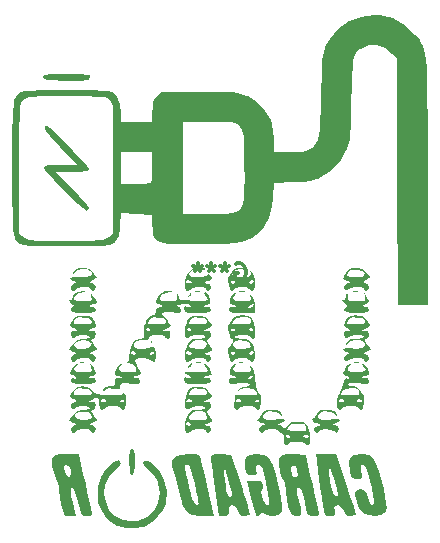
<source format=gbr>
%TF.GenerationSoftware,KiCad,Pcbnew,7.0.1*%
%TF.CreationDate,2023-05-11T18:44:24-05:00*%
%TF.ProjectId,CircuitoPotencia,43697263-7569-4746-9f50-6f74656e6369,rev?*%
%TF.SameCoordinates,Original*%
%TF.FileFunction,Legend,Bot*%
%TF.FilePolarity,Positive*%
%FSLAX46Y46*%
G04 Gerber Fmt 4.6, Leading zero omitted, Abs format (unit mm)*
G04 Created by KiCad (PCBNEW 7.0.1) date 2023-05-11 18:44:24*
%MOMM*%
%LPD*%
G01*
G04 APERTURE LIST*
%ADD10C,0.300000*%
G04 APERTURE END LIST*
D10*
%TO.C,G\u002A\u002A\u002A*%
X163170123Y-43109351D02*
X163312981Y-43037922D01*
X163312981Y-43037922D02*
X163527266Y-43037922D01*
X163527266Y-43037922D02*
X163741552Y-43109351D01*
X163741552Y-43109351D02*
X163884409Y-43252208D01*
X163884409Y-43252208D02*
X163955838Y-43395065D01*
X163955838Y-43395065D02*
X164027266Y-43680779D01*
X164027266Y-43680779D02*
X164027266Y-43895065D01*
X164027266Y-43895065D02*
X163955838Y-44180779D01*
X163955838Y-44180779D02*
X163884409Y-44323636D01*
X163884409Y-44323636D02*
X163741552Y-44466494D01*
X163741552Y-44466494D02*
X163527266Y-44537922D01*
X163527266Y-44537922D02*
X163384409Y-44537922D01*
X163384409Y-44537922D02*
X163170123Y-44466494D01*
X163170123Y-44466494D02*
X163098695Y-44395065D01*
X163098695Y-44395065D02*
X163098695Y-43895065D01*
X163098695Y-43895065D02*
X163384409Y-43895065D01*
X162241552Y-43037922D02*
X162241552Y-43395065D01*
X162598695Y-43252208D02*
X162241552Y-43395065D01*
X162241552Y-43395065D02*
X161884409Y-43252208D01*
X162455838Y-43680779D02*
X162241552Y-43395065D01*
X162241552Y-43395065D02*
X162027266Y-43680779D01*
X161098695Y-43037922D02*
X161098695Y-43395065D01*
X161455838Y-43252208D02*
X161098695Y-43395065D01*
X161098695Y-43395065D02*
X160741552Y-43252208D01*
X161312981Y-43680779D02*
X161098695Y-43395065D01*
X161098695Y-43395065D02*
X160884409Y-43680779D01*
X159955838Y-43037922D02*
X159955838Y-43395065D01*
X160312981Y-43252208D02*
X159955838Y-43395065D01*
X159955838Y-43395065D02*
X159598695Y-43252208D01*
X160170124Y-43680779D02*
X159955838Y-43395065D01*
X159955838Y-43395065D02*
X159741552Y-43680779D01*
G36*
X173609347Y-51409545D02*
G01*
X173634842Y-51461733D01*
X173421477Y-51485352D01*
X173214727Y-51464402D01*
X173233607Y-51409545D01*
X173301639Y-51389694D01*
X173609347Y-51409545D01*
G37*
G36*
X163840116Y-51409545D02*
G01*
X163865611Y-51461733D01*
X163652246Y-51485352D01*
X163445496Y-51464402D01*
X163464376Y-51409545D01*
X163532408Y-51389694D01*
X163840116Y-51409545D01*
G37*
G36*
X160233016Y-51409545D02*
G01*
X160258510Y-51461733D01*
X160045146Y-51485352D01*
X159838395Y-51464402D01*
X159857276Y-51409545D01*
X159925308Y-51389694D01*
X160233016Y-51409545D01*
G37*
G36*
X156137453Y-49705532D02*
G01*
X156126607Y-49785099D01*
X156037256Y-49805730D01*
X156019269Y-49783701D01*
X156037256Y-49605335D01*
X156082463Y-49581822D01*
X156137453Y-49705532D01*
G37*
G36*
X150304095Y-51406414D02*
G01*
X150373662Y-51460512D01*
X150213292Y-51497217D01*
X150060852Y-51486590D01*
X150016028Y-51418279D01*
X150069201Y-51388496D01*
X150304095Y-51406414D01*
G37*
G36*
X159359151Y-45691600D02*
G01*
X159284198Y-45831862D01*
X159172397Y-45876965D01*
X159156300Y-45804521D01*
X159275017Y-45607465D01*
X159294811Y-45588046D01*
X159404910Y-45516012D01*
X159359151Y-45691600D01*
G37*
G36*
X159508117Y-51549765D02*
G01*
X159412314Y-51719368D01*
X159294606Y-51828569D01*
X159165895Y-51879663D01*
X159154680Y-51777663D01*
X159278154Y-51600123D01*
X159458758Y-51509083D01*
X159508117Y-51549765D01*
G37*
G36*
X173531339Y-45393095D02*
G01*
X173557180Y-45400532D01*
X173579431Y-45446276D01*
X173346329Y-45467948D01*
X173310737Y-45468155D01*
X173075455Y-45448004D01*
X173080451Y-45398664D01*
X173203948Y-45371092D01*
X173531339Y-45393095D01*
G37*
G36*
X163912404Y-45393095D02*
G01*
X163938245Y-45400532D01*
X163960496Y-45446276D01*
X163727394Y-45467948D01*
X163691802Y-45468155D01*
X163456520Y-45448004D01*
X163461516Y-45398664D01*
X163585013Y-45371092D01*
X163912404Y-45393095D01*
G37*
G36*
X160155007Y-45393095D02*
G01*
X160180849Y-45400532D01*
X160203100Y-45446276D01*
X159969998Y-45467948D01*
X159934405Y-45468155D01*
X159699123Y-45448004D01*
X159704120Y-45398664D01*
X159827616Y-45371092D01*
X160155007Y-45393095D01*
G37*
G36*
X154495594Y-58749111D02*
G01*
X154580009Y-58906915D01*
X154622685Y-59255925D01*
X154634495Y-59850503D01*
X154629329Y-60283216D01*
X154597769Y-60705292D01*
X154527967Y-60918674D01*
X154409051Y-60977722D01*
X154322508Y-60951895D01*
X154238093Y-60794091D01*
X154195417Y-60445080D01*
X154183607Y-59850503D01*
X154188773Y-59417790D01*
X154220333Y-58995714D01*
X154290136Y-58782331D01*
X154409051Y-58723284D01*
X154495594Y-58749111D01*
G37*
G36*
X149551852Y-27014898D02*
G01*
X150189728Y-27033039D01*
X150597415Y-27069275D01*
X150813631Y-27127412D01*
X150877098Y-27211252D01*
X150871180Y-27283508D01*
X150772630Y-27516116D01*
X150767576Y-27519896D01*
X150561165Y-27555417D01*
X150120918Y-27578345D01*
X149507869Y-27586759D01*
X148783053Y-27578739D01*
X148494098Y-27571928D01*
X147790983Y-27548230D01*
X147323633Y-27514272D01*
X147043181Y-27462358D01*
X146900761Y-27384792D01*
X146847507Y-27273876D01*
X146844953Y-27186002D01*
X146912464Y-27107074D01*
X147100397Y-27056049D01*
X147453788Y-27026974D01*
X148017672Y-27013895D01*
X148837084Y-27010858D01*
X149551852Y-27014898D01*
G37*
G36*
X174232738Y-45797840D02*
G01*
X174253873Y-45835728D01*
X174430399Y-46211344D01*
X174425103Y-46410451D01*
X174238465Y-46491049D01*
X174236785Y-46491296D01*
X173963796Y-46570457D01*
X173926230Y-46658183D01*
X174147907Y-46699615D01*
X174352930Y-46743159D01*
X174473548Y-46963388D01*
X174443376Y-47090237D01*
X174299579Y-47176566D01*
X173979699Y-47216782D01*
X173421670Y-47226405D01*
X172919784Y-47218586D01*
X172572896Y-47182402D01*
X172410159Y-47102263D01*
X172369599Y-46962633D01*
X172408924Y-46821392D01*
X172632424Y-46690089D01*
X172689727Y-46686760D01*
X172761852Y-46646028D01*
X172557276Y-46544636D01*
X172493876Y-46516003D01*
X172273736Y-46342567D01*
X172219921Y-46174103D01*
X172369406Y-46098432D01*
X172435668Y-46076107D01*
X172519702Y-45881858D01*
X172530298Y-45789455D01*
X172648287Y-45585815D01*
X172716469Y-45630537D01*
X172705913Y-45877536D01*
X172681594Y-46061129D01*
X172741368Y-46189063D01*
X172964770Y-46239740D01*
X173420249Y-46248728D01*
X173851712Y-46242837D01*
X174088250Y-46198586D01*
X174153244Y-46076076D01*
X174113623Y-45835414D01*
X174021702Y-45422101D01*
X174232738Y-45797840D01*
G37*
G36*
X160628541Y-51526164D02*
G01*
X160809940Y-51709101D01*
X160998698Y-52004760D01*
X161128677Y-52298213D01*
X161133740Y-52474532D01*
X161049512Y-52519143D01*
X160771576Y-52561154D01*
X160620884Y-52583481D01*
X160496033Y-52697379D01*
X160556966Y-52763427D01*
X160796625Y-52754998D01*
X161021956Y-52751918D01*
X161097217Y-52956938D01*
X161096483Y-52987281D01*
X161050324Y-53119692D01*
X160888167Y-53195331D01*
X160548547Y-53229496D01*
X159969998Y-53237485D01*
X159641509Y-53236419D01*
X159197403Y-53220887D01*
X158958318Y-53171464D01*
X158861146Y-53068922D01*
X158842779Y-52894031D01*
X158845969Y-52780667D01*
X158916569Y-52631336D01*
X159143371Y-52711450D01*
X159335594Y-52782428D01*
X159443962Y-52734267D01*
X159387070Y-52638813D01*
X159143371Y-52517606D01*
X158968044Y-52443964D01*
X158842779Y-52291940D01*
X158932572Y-52231357D01*
X159272902Y-52200486D01*
X159819702Y-52223298D01*
X160103937Y-52243630D01*
X160527540Y-52250743D01*
X160739048Y-52200848D01*
X160796625Y-52085754D01*
X160777113Y-51968833D01*
X160616270Y-51689438D01*
X160540868Y-51590606D01*
X160578696Y-51510033D01*
X160628541Y-51526164D01*
G37*
G36*
X151151390Y-51884822D02*
G01*
X151192198Y-51950356D01*
X151361050Y-52312227D01*
X151305373Y-52504557D01*
X151018524Y-52561154D01*
X150852417Y-52585558D01*
X150726803Y-52697379D01*
X150787735Y-52763427D01*
X151027394Y-52754998D01*
X151252726Y-52751918D01*
X151327986Y-52956938D01*
X151327986Y-52957253D01*
X151293833Y-53105183D01*
X151149319Y-53189942D01*
X150831121Y-53228414D01*
X150275915Y-53237485D01*
X149723916Y-53228504D01*
X149403942Y-53190178D01*
X149258329Y-53105731D01*
X149223844Y-52958387D01*
X149261499Y-52791091D01*
X149449288Y-52765801D01*
X149563864Y-52791878D01*
X149674732Y-52724262D01*
X149619593Y-52635707D01*
X149378121Y-52518647D01*
X149364679Y-52515106D01*
X149185130Y-52439781D01*
X149171989Y-52291623D01*
X149313981Y-51975082D01*
X149337950Y-51928714D01*
X149541191Y-51630868D01*
X149715799Y-51509083D01*
X149800849Y-51537477D01*
X149704791Y-51689438D01*
X149570423Y-51848839D01*
X149528084Y-52079191D01*
X149767847Y-52215624D01*
X150292208Y-52260562D01*
X150701739Y-52255274D01*
X150940983Y-52212132D01*
X151005583Y-52089876D01*
X150962445Y-51847248D01*
X150864910Y-51433935D01*
X151151390Y-51884822D01*
G37*
G36*
X164809858Y-46490516D02*
G01*
X164851271Y-46699615D01*
X164854613Y-47225651D01*
X163727394Y-47225651D01*
X163605477Y-47225468D01*
X163073459Y-47213980D01*
X162769546Y-47173622D01*
X162632274Y-47089096D01*
X162600175Y-46945104D01*
X162660011Y-46750446D01*
X162900767Y-46743163D01*
X163081667Y-46762856D01*
X163088536Y-46758419D01*
X164262135Y-46758419D01*
X164329663Y-46777916D01*
X164554021Y-46699615D01*
X164656040Y-46618560D01*
X164695612Y-46490516D01*
X164628084Y-46471019D01*
X164403726Y-46549319D01*
X164301707Y-46630375D01*
X164262135Y-46758419D01*
X163088536Y-46758419D01*
X163201359Y-46685545D01*
X163197495Y-46654401D01*
X163051063Y-46530532D01*
X163044030Y-46529653D01*
X162750471Y-46492958D01*
X162667646Y-46420606D01*
X162666379Y-46179243D01*
X162764640Y-45872626D01*
X162923804Y-45609160D01*
X163105247Y-45497248D01*
X163167780Y-45524719D01*
X163081122Y-45677603D01*
X162926545Y-45868414D01*
X162913766Y-46083333D01*
X163178660Y-46208287D01*
X163727394Y-46248728D01*
X163845960Y-46248623D01*
X164290689Y-46235660D01*
X164496047Y-46173853D01*
X164513282Y-46024872D01*
X164393638Y-45750386D01*
X164316654Y-45580160D01*
X164348261Y-45573382D01*
X164540592Y-45797840D01*
X164748007Y-46178225D01*
X164809858Y-46490516D01*
G37*
G36*
X163920835Y-62644754D02*
G01*
X164033119Y-62998074D01*
X164222819Y-63613725D01*
X164349211Y-64047074D01*
X164396523Y-64246657D01*
X164286177Y-64377847D01*
X163967541Y-64434527D01*
X163832478Y-64428637D01*
X163550893Y-64313137D01*
X163374176Y-63983639D01*
X163204483Y-63670368D01*
X162908585Y-63532751D01*
X162821129Y-63538220D01*
X162646392Y-63654876D01*
X162600175Y-63983639D01*
X162587669Y-64211657D01*
X162475573Y-64394629D01*
X162171100Y-64434527D01*
X161742024Y-64434527D01*
X161419620Y-62054615D01*
X161353137Y-61558299D01*
X161251678Y-60776912D01*
X161174217Y-60151095D01*
X162154148Y-60151095D01*
X162232108Y-60977722D01*
X162263326Y-61283656D01*
X162331762Y-61854154D01*
X162396700Y-62292811D01*
X162401593Y-62318847D01*
X162523685Y-62648431D01*
X162692050Y-62781272D01*
X162812555Y-62758493D01*
X162879564Y-62644754D01*
X162857732Y-62391846D01*
X162741825Y-61952217D01*
X162526608Y-61278314D01*
X162154148Y-60151095D01*
X161174217Y-60151095D01*
X161170536Y-60121355D01*
X161116714Y-59648929D01*
X161097217Y-59416938D01*
X161105461Y-59338389D01*
X161202652Y-59230686D01*
X161463664Y-59191533D01*
X161955850Y-59204245D01*
X162814484Y-59249319D01*
X163601902Y-61654053D01*
X163795887Y-62251587D01*
X163920835Y-62644754D01*
G37*
G36*
X147218471Y-31392764D02*
G01*
X147481274Y-31585821D01*
X147879411Y-31936759D01*
X148368490Y-32400313D01*
X148904119Y-32931217D01*
X149441907Y-33484203D01*
X149937461Y-34014007D01*
X150346389Y-34475362D01*
X150624301Y-34823002D01*
X150726803Y-35011661D01*
X150716215Y-35094543D01*
X150629230Y-35190295D01*
X150407647Y-35245590D01*
X149996179Y-35271008D01*
X149339534Y-35277130D01*
X147952266Y-35277130D01*
X149339534Y-36670191D01*
X149426264Y-36757789D01*
X149934493Y-37292933D01*
X150347662Y-37764437D01*
X150625267Y-38124031D01*
X150726803Y-38323445D01*
X150698918Y-38460213D01*
X150541284Y-38583639D01*
X150477737Y-38560313D01*
X150214934Y-38367256D01*
X149816798Y-38016318D01*
X149327719Y-37552764D01*
X148792089Y-37021860D01*
X148254302Y-36468873D01*
X147758748Y-35939069D01*
X147349819Y-35477714D01*
X147071908Y-35130075D01*
X146969406Y-34941416D01*
X146978771Y-34862371D01*
X147062689Y-34764636D01*
X147280224Y-34708176D01*
X147686990Y-34682207D01*
X148338600Y-34675947D01*
X149707795Y-34675947D01*
X148338600Y-33190918D01*
X148017275Y-32839700D01*
X147493395Y-32245567D01*
X147161021Y-31825788D01*
X147004351Y-31556051D01*
X147007586Y-31412039D01*
X147154924Y-31369438D01*
X147218471Y-31392764D01*
G37*
G36*
X161105053Y-63344882D02*
G01*
X161358243Y-64434527D01*
X160561183Y-64434527D01*
X160153779Y-64422798D01*
X159512535Y-64318312D01*
X159072958Y-64086515D01*
X158778615Y-63704288D01*
X158745807Y-63631737D01*
X158613352Y-63249996D01*
X158445974Y-62684182D01*
X158263829Y-62012979D01*
X158087073Y-61315068D01*
X157935863Y-60669131D01*
X157830356Y-60153852D01*
X157828657Y-60140743D01*
X158900904Y-60140743D01*
X158924377Y-60394871D01*
X159002194Y-60837995D01*
X159117552Y-61395291D01*
X159253651Y-61991936D01*
X159393689Y-62553107D01*
X159520866Y-63003981D01*
X159618378Y-63269734D01*
X159785105Y-63475807D01*
X159964533Y-63517965D01*
X160045998Y-63344882D01*
X160033040Y-63233101D01*
X159966647Y-62863761D01*
X159856560Y-62320555D01*
X159717082Y-61676041D01*
X159507532Y-60857757D01*
X159301169Y-60313686D01*
X159102036Y-60065257D01*
X158908881Y-60110041D01*
X158900904Y-60140743D01*
X157828657Y-60140743D01*
X157790708Y-59847912D01*
X157801503Y-59733152D01*
X158005806Y-59420785D01*
X158473542Y-59235370D01*
X159210467Y-59174172D01*
X159323147Y-59174284D01*
X159794747Y-59186052D01*
X160054885Y-59238681D01*
X160179103Y-59362412D01*
X160242945Y-59587485D01*
X160262544Y-59679200D01*
X160350784Y-60074656D01*
X160486645Y-60671984D01*
X160655602Y-61407536D01*
X160843133Y-62217663D01*
X161105053Y-63344882D01*
G37*
G36*
X150826444Y-43533843D02*
G01*
X151087321Y-43768846D01*
X151212543Y-43965565D01*
X151398041Y-44173530D01*
X151410264Y-44184784D01*
X151359233Y-44311271D01*
X151097449Y-44463379D01*
X150817184Y-44589747D01*
X150783027Y-44658115D01*
X150989820Y-44707906D01*
X151198332Y-44791858D01*
X151327986Y-45056814D01*
X151287359Y-45222459D01*
X151102542Y-45346953D01*
X150998832Y-45329996D01*
X150877098Y-45196657D01*
X150861768Y-45162966D01*
X150652378Y-45079695D01*
X150275915Y-45046361D01*
X150141154Y-45050193D01*
X149808067Y-45102541D01*
X149674732Y-45196657D01*
X149649297Y-45265797D01*
X149449288Y-45346953D01*
X149257017Y-45261505D01*
X149215976Y-45052902D01*
X149324720Y-44836902D01*
X149562010Y-44729781D01*
X149751900Y-44713690D01*
X149752967Y-44665161D01*
X149486862Y-44550471D01*
X149438964Y-44531165D01*
X149135618Y-44368771D01*
X149125269Y-44254800D01*
X149404137Y-44192130D01*
X149968443Y-44183641D01*
X150540540Y-44182561D01*
X150881664Y-44126481D01*
X151011878Y-43996730D01*
X150975531Y-43775328D01*
X150886402Y-43666558D01*
X150573653Y-43553422D01*
X150165057Y-43540735D01*
X149779651Y-43625925D01*
X149536474Y-43806420D01*
X149440429Y-43932807D01*
X149378710Y-43899971D01*
X149407093Y-43758749D01*
X149632686Y-43542029D01*
X150006316Y-43427557D01*
X150435172Y-43422454D01*
X150826444Y-43533843D01*
G37*
G36*
X171270711Y-55466435D02*
G01*
X171636571Y-55647964D01*
X171763652Y-55935296D01*
X171727845Y-55976208D01*
X171605888Y-55830089D01*
X171515347Y-55731017D01*
X171189642Y-55594020D01*
X170782401Y-55559485D01*
X170414223Y-55629482D01*
X170205708Y-55806078D01*
X170154909Y-56033747D01*
X170262178Y-56222473D01*
X170596405Y-56294834D01*
X171187801Y-56264947D01*
X171337904Y-56250734D01*
X171818963Y-56236905D01*
X172040721Y-56291798D01*
X171990469Y-56407009D01*
X171655501Y-56574140D01*
X171416917Y-56674235D01*
X171371340Y-56731910D01*
X171580353Y-56753449D01*
X171811865Y-56818086D01*
X171918518Y-57070030D01*
X171884554Y-57257170D01*
X171733098Y-57368221D01*
X171542779Y-57220325D01*
X171514292Y-57191741D01*
X171257775Y-57104967D01*
X170857577Y-57070030D01*
X170730670Y-57073526D01*
X170398469Y-57125635D01*
X170265264Y-57220325D01*
X170239829Y-57289466D01*
X170039820Y-57370621D01*
X169908352Y-57314830D01*
X169814376Y-57070030D01*
X169872699Y-56862940D01*
X170140018Y-56769438D01*
X170173363Y-56769002D01*
X170369678Y-56722860D01*
X170310877Y-56635630D01*
X170024166Y-56557159D01*
X169926135Y-56529628D01*
X169739184Y-56394576D01*
X169668895Y-56241262D01*
X169777727Y-56168254D01*
X169916947Y-56068621D01*
X170087621Y-55792515D01*
X170185877Y-55619480D01*
X170419354Y-55457915D01*
X170833166Y-55416775D01*
X171270711Y-55466435D01*
G37*
G36*
X172809978Y-62532070D02*
G01*
X172964073Y-62996564D01*
X173169651Y-63613650D01*
X173315177Y-64047367D01*
X173383630Y-64246657D01*
X173321516Y-64385780D01*
X172978851Y-64434527D01*
X172796294Y-64426080D01*
X172518329Y-64309437D01*
X172346885Y-63983639D01*
X172337884Y-63958374D01*
X172138279Y-63628806D01*
X171832425Y-63532751D01*
X171640424Y-63548313D01*
X171530767Y-63667939D01*
X171565323Y-63983639D01*
X171604039Y-64272015D01*
X171507783Y-64409284D01*
X171188690Y-64434527D01*
X171108184Y-64435057D01*
X170938454Y-64427891D01*
X170812807Y-64374995D01*
X170716987Y-64234372D01*
X170636736Y-63964024D01*
X170557795Y-63521952D01*
X170465908Y-62866159D01*
X170346817Y-61954645D01*
X170255198Y-61261277D01*
X170160661Y-60563640D01*
X170130575Y-60348680D01*
X171057044Y-60348680D01*
X171105134Y-60797043D01*
X171207499Y-61501737D01*
X171293412Y-62008112D01*
X171398920Y-62438197D01*
X171517593Y-62668556D01*
X171670211Y-62755493D01*
X171866517Y-62740229D01*
X171866678Y-62532070D01*
X171752029Y-62141464D01*
X171476752Y-61226899D01*
X171273082Y-60595757D01*
X171137552Y-60242619D01*
X171066694Y-60162066D01*
X171057044Y-60348680D01*
X170130575Y-60348680D01*
X170082345Y-60004081D01*
X170031269Y-59662633D01*
X169951052Y-59174172D01*
X170825579Y-59174172D01*
X171700107Y-59174172D01*
X172506864Y-61616479D01*
X172715462Y-62247167D01*
X172809978Y-62532070D01*
G37*
G36*
X153424138Y-59840875D02*
G01*
X153491620Y-59963435D01*
X153425678Y-60147424D01*
X153131033Y-60400676D01*
X152976936Y-60522830D01*
X152443629Y-61135907D01*
X152142414Y-61829888D01*
X152059005Y-62554642D01*
X152179117Y-63260037D01*
X152488463Y-63895943D01*
X152972758Y-64412228D01*
X153617716Y-64758763D01*
X154409051Y-64885414D01*
X154941278Y-64831289D01*
X155675201Y-64539381D01*
X156242704Y-64026550D01*
X156608586Y-63329108D01*
X156737647Y-62483365D01*
X156727089Y-62182752D01*
X156590913Y-61524262D01*
X156260733Y-60961037D01*
X155690076Y-60400682D01*
X155398507Y-60132177D01*
X155314653Y-59957060D01*
X155415138Y-59813518D01*
X155519450Y-59748418D01*
X155746753Y-59758419D01*
X156090251Y-59962227D01*
X156708779Y-60557963D01*
X157144813Y-61357446D01*
X157338242Y-62287792D01*
X157274490Y-63307831D01*
X157255770Y-63388881D01*
X157014445Y-63914602D01*
X156605221Y-64469531D01*
X156110184Y-64956426D01*
X155611418Y-65278041D01*
X155292265Y-65381143D01*
X154594685Y-65469904D01*
X153859659Y-65437696D01*
X153239431Y-65284130D01*
X153163771Y-65249806D01*
X152644656Y-64896802D01*
X152146679Y-64391478D01*
X151752208Y-63829824D01*
X151543612Y-63307831D01*
X151492942Y-62944316D01*
X151520562Y-62002838D01*
X151764547Y-61138346D01*
X152202107Y-60412388D01*
X152810450Y-59886517D01*
X153044389Y-59759851D01*
X153262682Y-59717056D01*
X153424138Y-59840875D01*
G37*
G36*
X150417650Y-45364918D02*
G01*
X150524097Y-45396188D01*
X150370094Y-45458606D01*
X149937749Y-45562113D01*
X149650389Y-45682593D01*
X149524436Y-45950999D01*
X149528425Y-46025733D01*
X149604949Y-46168507D01*
X149835189Y-46233395D01*
X150292208Y-46248728D01*
X150700081Y-46243442D01*
X150940684Y-46200294D01*
X151007050Y-46078035D01*
X150966475Y-45835414D01*
X150920353Y-45614899D01*
X150932920Y-45543218D01*
X151050059Y-45722692D01*
X151184323Y-45920862D01*
X151371970Y-46119202D01*
X151379503Y-46124539D01*
X151436702Y-46292298D01*
X151352051Y-46463663D01*
X151197703Y-46486540D01*
X151114076Y-46471292D01*
X150869922Y-46556935D01*
X150830643Y-46582863D01*
X150772819Y-46672065D01*
X150989820Y-46697314D01*
X151206638Y-46743100D01*
X151327986Y-46962633D01*
X151298050Y-47088382D01*
X151154266Y-47174971D01*
X150834212Y-47215563D01*
X150275915Y-47225651D01*
X149772921Y-47218167D01*
X149426562Y-47182221D01*
X149264195Y-47102207D01*
X149223844Y-46962633D01*
X149263302Y-46821407D01*
X149486862Y-46690089D01*
X149544165Y-46686760D01*
X149616290Y-46646028D01*
X149411714Y-46544636D01*
X149348313Y-46516003D01*
X149128174Y-46342567D01*
X149074359Y-46174103D01*
X149223844Y-46098432D01*
X149291293Y-46074868D01*
X149374140Y-45878276D01*
X149374610Y-45863212D01*
X149522162Y-45609797D01*
X149865025Y-45423113D01*
X150303608Y-45358818D01*
X150417650Y-45364918D01*
G37*
G36*
X174297190Y-43869963D02*
G01*
X174358082Y-43965582D01*
X174543603Y-44173530D01*
X174555826Y-44184784D01*
X174504795Y-44311271D01*
X174243012Y-44463379D01*
X173962746Y-44589747D01*
X173928589Y-44658115D01*
X174135382Y-44707906D01*
X174343894Y-44791858D01*
X174473548Y-45056814D01*
X174432922Y-45222459D01*
X174248104Y-45346953D01*
X174144394Y-45329996D01*
X174022660Y-45196657D01*
X174008881Y-45164455D01*
X173803519Y-45080161D01*
X173430347Y-45046361D01*
X173316000Y-45049107D01*
X172942206Y-45100588D01*
X172745146Y-45196657D01*
X172625179Y-45322225D01*
X172448715Y-45302108D01*
X172369406Y-45046361D01*
X172430950Y-44835926D01*
X172707572Y-44735597D01*
X172911724Y-44724177D01*
X172923706Y-44678423D01*
X172669998Y-44555766D01*
X172402508Y-44431675D01*
X172240288Y-44349148D01*
X172236126Y-44333333D01*
X172319157Y-44151775D01*
X172363707Y-44083387D01*
X172585611Y-44083387D01*
X172702284Y-44146638D01*
X172849047Y-44156094D01*
X173196033Y-44204393D01*
X173312615Y-44222048D01*
X173753289Y-44211589D01*
X174056131Y-44085012D01*
X174142871Y-43869963D01*
X174125954Y-43815137D01*
X173921574Y-43651813D01*
X173467415Y-43572807D01*
X173138290Y-43563658D01*
X172847435Y-43634909D01*
X172674370Y-43835824D01*
X172664211Y-43855001D01*
X172585611Y-44083387D01*
X172363707Y-44083387D01*
X172519143Y-43844779D01*
X172761106Y-43555630D01*
X173035058Y-43424851D01*
X173459581Y-43422813D01*
X173958995Y-43528614D01*
X174232797Y-43768846D01*
X174297190Y-43869963D01*
G37*
G36*
X150275470Y-60839718D02*
G01*
X150467475Y-61691727D01*
X150616176Y-62356450D01*
X150782496Y-63113211D01*
X150914268Y-63728240D01*
X151000721Y-64151093D01*
X151031085Y-64331327D01*
X151030028Y-64338517D01*
X150879513Y-64405265D01*
X150552851Y-64406475D01*
X150405362Y-64388484D01*
X150210049Y-64321419D01*
X150075425Y-64155119D01*
X149959972Y-63824751D01*
X149822173Y-63265486D01*
X149732515Y-62890755D01*
X149599683Y-62401137D01*
X149490356Y-62134937D01*
X149382106Y-62045765D01*
X149252502Y-62087229D01*
X149251709Y-62087734D01*
X149211024Y-62277391D01*
X149253387Y-62700735D01*
X149373521Y-63304646D01*
X149636176Y-64434527D01*
X149145608Y-64434527D01*
X148994180Y-64432187D01*
X148790353Y-64390331D01*
X148653837Y-64246084D01*
X148539136Y-63936067D01*
X148400757Y-63396903D01*
X148279412Y-62829831D01*
X148203289Y-62327981D01*
X148190406Y-62006666D01*
X148155012Y-61672085D01*
X147985208Y-61278314D01*
X147941345Y-61205098D01*
X147759598Y-60766929D01*
X147679330Y-60445265D01*
X148637974Y-60445265D01*
X148778244Y-60837307D01*
X148980790Y-61085290D01*
X149152115Y-61087826D01*
X149223844Y-60839718D01*
X149202830Y-60573987D01*
X149066236Y-60211676D01*
X148832024Y-60075947D01*
X148667740Y-60167223D01*
X148637974Y-60445265D01*
X147679330Y-60445265D01*
X147634255Y-60264631D01*
X147597974Y-59970004D01*
X147630557Y-59566389D01*
X147830417Y-59323861D01*
X148240582Y-59205470D01*
X148904081Y-59174271D01*
X149900175Y-59174371D01*
X150275470Y-60839718D01*
G37*
G36*
X174053603Y-59186989D02*
G01*
X174482160Y-59296270D01*
X174820640Y-59549540D01*
X175098478Y-59985630D01*
X175345111Y-60643371D01*
X175589977Y-61561596D01*
X175698050Y-62021849D01*
X175862369Y-62793167D01*
X175945988Y-63347915D01*
X175951674Y-63734655D01*
X175882198Y-64001945D01*
X175740327Y-64198347D01*
X175452371Y-64361193D01*
X174961262Y-64428874D01*
X174434012Y-64355242D01*
X173994631Y-64144146D01*
X173940250Y-64096768D01*
X173656097Y-63722809D01*
X173448326Y-63262508D01*
X173438812Y-63230630D01*
X173299985Y-62690151D01*
X173289926Y-62370842D01*
X173421558Y-62218792D01*
X173707807Y-62180089D01*
X173735981Y-62180250D01*
X174014439Y-62226492D01*
X174191174Y-62409428D01*
X174346564Y-62808080D01*
X174387256Y-62926864D01*
X174572065Y-63317161D01*
X174745314Y-63495445D01*
X174870415Y-63440713D01*
X174910781Y-63131962D01*
X174904746Y-63050543D01*
X174840783Y-62638381D01*
X174723591Y-62065201D01*
X174572615Y-61428928D01*
X174476553Y-61066628D01*
X174302378Y-60523938D01*
X174143562Y-60216403D01*
X173981436Y-60102116D01*
X173965106Y-60099215D01*
X173810708Y-60113987D01*
X173767047Y-60278951D01*
X173812775Y-60665407D01*
X173845284Y-60877723D01*
X173854788Y-61156299D01*
X173742061Y-61261816D01*
X173458528Y-61278314D01*
X173326805Y-61274916D01*
X173098525Y-61211480D01*
X172956907Y-61007476D01*
X172831774Y-60585311D01*
X172746760Y-59979576D01*
X172863500Y-59523468D01*
X173205065Y-59259330D01*
X173780187Y-59174172D01*
X174053603Y-59186989D01*
G37*
G36*
X169503457Y-60940148D02*
G01*
X169685877Y-61729201D01*
X169831560Y-62362625D01*
X170002339Y-63114650D01*
X170138533Y-63725544D01*
X170228908Y-64144774D01*
X170262231Y-64321805D01*
X170260976Y-64330611D01*
X170107607Y-64404290D01*
X169775437Y-64434527D01*
X169541132Y-64425818D01*
X169377636Y-64360362D01*
X169260430Y-64179024D01*
X169152133Y-63822668D01*
X169015361Y-63232160D01*
X168842554Y-62563469D01*
X168680637Y-62160829D01*
X168528265Y-62029793D01*
X168417274Y-62035185D01*
X168344548Y-62089897D01*
X168340321Y-62254608D01*
X168405219Y-62590064D01*
X168539868Y-63157012D01*
X168674961Y-63738744D01*
X168736692Y-64128033D01*
X168704219Y-64336033D01*
X168567680Y-64419335D01*
X168317211Y-64434527D01*
X168257579Y-64433864D01*
X167991977Y-64383969D01*
X167828394Y-64197821D01*
X167688423Y-63795769D01*
X167635503Y-63584207D01*
X167528934Y-62970732D01*
X167471142Y-62357640D01*
X167460179Y-62187306D01*
X167362395Y-61637700D01*
X167193515Y-61288607D01*
X167115774Y-61172620D01*
X166962272Y-60772893D01*
X166904662Y-60489688D01*
X167863557Y-60489688D01*
X167951758Y-60890282D01*
X167974529Y-60938840D01*
X168159865Y-61100833D01*
X168364594Y-61105492D01*
X168459662Y-60940148D01*
X168405005Y-60543213D01*
X168259458Y-60209503D01*
X168068445Y-60075947D01*
X167911193Y-60187222D01*
X167863557Y-60489688D01*
X166904662Y-60489688D01*
X166861891Y-60279430D01*
X166833954Y-59935168D01*
X166884578Y-59531201D01*
X167094645Y-59299290D01*
X167509086Y-59202583D01*
X168172829Y-59204233D01*
X169112556Y-59249319D01*
X169503457Y-60940148D01*
G37*
G36*
X160644812Y-44705106D02*
G01*
X160787755Y-44745769D01*
X160992417Y-44796565D01*
X161097217Y-45046361D01*
X161055373Y-45221652D01*
X160871773Y-45346953D01*
X160768062Y-45329996D01*
X160646329Y-45196657D01*
X160632550Y-45164455D01*
X160427188Y-45080161D01*
X160054016Y-45046361D01*
X159939669Y-45049107D01*
X159565875Y-45100588D01*
X159368814Y-45196657D01*
X159315239Y-45255355D01*
X159059353Y-45346953D01*
X158943429Y-45293644D01*
X158849420Y-45036959D01*
X158856823Y-44647665D01*
X158869288Y-44595473D01*
X158993075Y-44595473D01*
X159067362Y-44688689D01*
X159331240Y-44743468D01*
X159412721Y-44741797D01*
X159561996Y-44705106D01*
X159443962Y-44595473D01*
X159361428Y-44545141D01*
X159087689Y-44455622D01*
X158993075Y-44595473D01*
X158869288Y-44595473D01*
X158960073Y-44215354D01*
X159153605Y-43829621D01*
X159296663Y-43649860D01*
X159600460Y-43445284D01*
X160046510Y-43393106D01*
X160154511Y-43395022D01*
X160517018Y-43433493D01*
X160698261Y-43505828D01*
X160690271Y-43536432D01*
X160493888Y-43575200D01*
X160118789Y-43566864D01*
X159764043Y-43554665D01*
X159477619Y-43621991D01*
X159310813Y-43811956D01*
X159248463Y-43948042D01*
X159282262Y-44101537D01*
X159560990Y-44189340D01*
X159910679Y-44223291D01*
X160334363Y-44193337D01*
X160663932Y-44103131D01*
X160796625Y-43970843D01*
X160835771Y-43926420D01*
X161003237Y-44025147D01*
X161035380Y-44057939D01*
X161144586Y-44297606D01*
X161080863Y-44482500D01*
X160874537Y-44500589D01*
X160783465Y-44483654D01*
X160577514Y-44585227D01*
X160577019Y-44685821D01*
X160644812Y-44705106D01*
G37*
G36*
X164818556Y-44595473D02*
G01*
X164854613Y-44838097D01*
X164843920Y-44992101D01*
X164728272Y-45285637D01*
X164535569Y-45368084D01*
X164328578Y-45196657D01*
X164300091Y-45168072D01*
X164043574Y-45081298D01*
X163643376Y-45046361D01*
X163516469Y-45049857D01*
X163184267Y-45101967D01*
X163051063Y-45196657D01*
X163031066Y-45260528D01*
X162841405Y-45346953D01*
X162824813Y-45345846D01*
X162665593Y-45178410D01*
X162574416Y-44745769D01*
X162563764Y-44608304D01*
X162563792Y-44595473D01*
X162750471Y-44595473D01*
X162779148Y-44667300D01*
X162984785Y-44745769D01*
X163092139Y-44724142D01*
X163105706Y-44672907D01*
X164314439Y-44672907D01*
X164470004Y-44745769D01*
X164581982Y-44727375D01*
X164704317Y-44595473D01*
X164700269Y-44559814D01*
X164562891Y-44445177D01*
X164520725Y-44450911D01*
X164328578Y-44595473D01*
X164314439Y-44672907D01*
X163105706Y-44672907D01*
X163126211Y-44595473D01*
X163095448Y-44554427D01*
X162891897Y-44445177D01*
X162858343Y-44449479D01*
X162750471Y-44595473D01*
X162563792Y-44595473D01*
X162564483Y-44277075D01*
X162609653Y-44144586D01*
X162718353Y-44044005D01*
X162873420Y-43768846D01*
X163023490Y-43533146D01*
X163260316Y-43428410D01*
X163686598Y-43418372D01*
X164328578Y-43443637D01*
X163729344Y-43504716D01*
X163467535Y-43545265D01*
X163050402Y-43723246D01*
X162903068Y-44013077D01*
X163026741Y-44114066D01*
X163343980Y-44189776D01*
X163745768Y-44221506D01*
X164122943Y-44193141D01*
X164206407Y-44174851D01*
X164436216Y-44047741D01*
X164447217Y-43792295D01*
X164426619Y-43674221D01*
X164465223Y-43654700D01*
X164615277Y-43898748D01*
X164779841Y-44334967D01*
X164818556Y-44595473D01*
G37*
G36*
X165059209Y-59176236D02*
G01*
X165500971Y-59228421D01*
X165844093Y-59380613D01*
X166117169Y-59672272D01*
X166348794Y-60142857D01*
X166567563Y-60831827D01*
X166802069Y-61778642D01*
X166841897Y-61953359D01*
X167022358Y-62865435D01*
X167095941Y-63532652D01*
X167064202Y-63985426D01*
X166928696Y-64254172D01*
X166899319Y-64280701D01*
X166540776Y-64416939D01*
X166086182Y-64397222D01*
X165677416Y-64224872D01*
X165589408Y-64163542D01*
X165383987Y-64099452D01*
X165210091Y-64262209D01*
X165082684Y-64388608D01*
X164926665Y-64406382D01*
X164886675Y-64326084D01*
X164779952Y-63999090D01*
X164639433Y-63489473D01*
X164484868Y-62866085D01*
X164145890Y-61428609D01*
X164783322Y-61428609D01*
X164829266Y-61428721D01*
X165218437Y-61455906D01*
X165408744Y-61564800D01*
X165492582Y-61804349D01*
X165504175Y-62055248D01*
X165423013Y-62180089D01*
X165387851Y-62197725D01*
X165355014Y-62395204D01*
X165400090Y-62725079D01*
X165502546Y-63078067D01*
X165641850Y-63344882D01*
X165684574Y-63395945D01*
X165901094Y-63561133D01*
X166018510Y-63453683D01*
X166036106Y-63083485D01*
X165953161Y-62460432D01*
X165768959Y-61594413D01*
X165759594Y-61555241D01*
X165592938Y-60884200D01*
X165463399Y-60452686D01*
X165346469Y-60208763D01*
X165217638Y-60100495D01*
X165052400Y-60075947D01*
X164982739Y-60082848D01*
X164878055Y-60205614D01*
X164909093Y-60536216D01*
X164911569Y-60548618D01*
X164950224Y-60854502D01*
X164843298Y-60961521D01*
X164514567Y-60949530D01*
X164377471Y-60934170D01*
X164137730Y-60858321D01*
X164028490Y-60661010D01*
X163981228Y-60252709D01*
X163975208Y-59885606D01*
X164088226Y-59460926D01*
X164388657Y-59238500D01*
X164914722Y-59174172D01*
X165059209Y-59176236D01*
G37*
G36*
X164809522Y-52588277D02*
G01*
X164835217Y-52786598D01*
X164833958Y-52851998D01*
X164878440Y-53302706D01*
X164991127Y-53744608D01*
X165140745Y-54080809D01*
X165296023Y-54214408D01*
X165315668Y-54230370D01*
X165346661Y-54440179D01*
X165337426Y-54665296D01*
X165331260Y-54815592D01*
X165326366Y-54862868D01*
X165228801Y-55273636D01*
X165064271Y-55416775D01*
X164975172Y-55402440D01*
X164854613Y-55266479D01*
X164823579Y-55221563D01*
X164581630Y-55146035D01*
X164178282Y-55116183D01*
X163976160Y-55123080D01*
X163636283Y-55176846D01*
X163501950Y-55266479D01*
X163473359Y-55338239D01*
X163267865Y-55416775D01*
X163156000Y-55386762D01*
X163075563Y-55200769D01*
X163079995Y-54787131D01*
X163088938Y-54665296D01*
X163201359Y-54665296D01*
X163226793Y-54734436D01*
X163426803Y-54815592D01*
X163530513Y-54798635D01*
X163581553Y-54742729D01*
X164765326Y-54742729D01*
X164920891Y-54815592D01*
X165032870Y-54797197D01*
X165155205Y-54665296D01*
X165151157Y-54629637D01*
X165013779Y-54515000D01*
X164971612Y-54520733D01*
X164779465Y-54665296D01*
X164765326Y-54742729D01*
X163581553Y-54742729D01*
X163652246Y-54665296D01*
X163626812Y-54596155D01*
X163426803Y-54515000D01*
X163323092Y-54531956D01*
X163201359Y-54665296D01*
X163088938Y-54665296D01*
X163126211Y-54157488D01*
X164065560Y-54196579D01*
X164511806Y-54206270D01*
X164868254Y-54194549D01*
X165004909Y-54162184D01*
X164948082Y-53892668D01*
X164683015Y-53679854D01*
X164174726Y-53613225D01*
X164006724Y-53618351D01*
X163634844Y-53672701D01*
X163450599Y-53767278D01*
X163419199Y-53817020D01*
X163412075Y-53729704D01*
X163414034Y-53721783D01*
X163585977Y-53577301D01*
X163926839Y-53490980D01*
X163953261Y-53488124D01*
X164272290Y-53406372D01*
X164403726Y-53282236D01*
X164364702Y-53226533D01*
X164072647Y-53176456D01*
X163501950Y-53202359D01*
X163035110Y-53237866D01*
X162747322Y-53226611D01*
X162625423Y-53146427D01*
X162600175Y-52980260D01*
X162662189Y-52761463D01*
X162900767Y-52754998D01*
X163081667Y-52774690D01*
X163179574Y-52711450D01*
X164253430Y-52711450D01*
X164258155Y-52803655D01*
X164327864Y-52842685D01*
X164554021Y-52711450D01*
X164582812Y-52692621D01*
X164690489Y-52588277D01*
X164516447Y-52563455D01*
X164377354Y-52585129D01*
X164253430Y-52711450D01*
X163179574Y-52711450D01*
X163201359Y-52697379D01*
X163197495Y-52666236D01*
X163051063Y-52542367D01*
X163044030Y-52541488D01*
X162750471Y-52504793D01*
X162667646Y-52432441D01*
X162666379Y-52191077D01*
X162764640Y-51884461D01*
X162923804Y-51620994D01*
X163105247Y-51509083D01*
X163167780Y-51536553D01*
X163081122Y-51689438D01*
X162926545Y-51880248D01*
X162913766Y-52095167D01*
X163178660Y-52220122D01*
X163727394Y-52260562D01*
X163845960Y-52260457D01*
X164290689Y-52247494D01*
X164496047Y-52185688D01*
X164513282Y-52036707D01*
X164393638Y-51762220D01*
X164315295Y-51588355D01*
X164349744Y-51584339D01*
X164546098Y-51809674D01*
X164755678Y-52172693D01*
X164809522Y-52588277D01*
G37*
G36*
X174374638Y-47939556D02*
G01*
X174401150Y-47986316D01*
X174530410Y-48257348D01*
X174484720Y-48394924D01*
X174244119Y-48504681D01*
X174107263Y-48563218D01*
X173900672Y-48703725D01*
X173917688Y-48786916D01*
X174172956Y-48760209D01*
X174228323Y-48747304D01*
X174423464Y-48781808D01*
X174473548Y-49043272D01*
X174429962Y-49275153D01*
X174246831Y-49404941D01*
X174169058Y-49409806D01*
X174097450Y-49493639D01*
X174209257Y-49743106D01*
X174362798Y-49981805D01*
X174544343Y-50185822D01*
X174575818Y-50209253D01*
X174634958Y-50299985D01*
X174517508Y-50402126D01*
X174172956Y-50567601D01*
X173943806Y-50675821D01*
X173910595Y-50731670D01*
X174135382Y-50747431D01*
X174370039Y-50809196D01*
X174473548Y-51058195D01*
X174431705Y-51233486D01*
X174248104Y-51358787D01*
X174144394Y-51341830D01*
X174022660Y-51208491D01*
X174008881Y-51176289D01*
X173803519Y-51091995D01*
X173430347Y-51058195D01*
X173316000Y-51060941D01*
X172942206Y-51112422D01*
X172745146Y-51208491D01*
X172625179Y-51334059D01*
X172448715Y-51313942D01*
X172369406Y-51058195D01*
X172429808Y-50849550D01*
X172707572Y-50741615D01*
X172897462Y-50725525D01*
X172898529Y-50676995D01*
X172632424Y-50562306D01*
X172563268Y-50534019D01*
X172271369Y-50368207D01*
X172259267Y-50251653D01*
X172510390Y-50199204D01*
X173008163Y-50225707D01*
X173305619Y-50250933D01*
X173836521Y-50220569D01*
X174113533Y-50067305D01*
X174124426Y-49795849D01*
X174036854Y-49686002D01*
X173724182Y-49567097D01*
X173314724Y-49550737D01*
X172927626Y-49635074D01*
X172682036Y-49818254D01*
X172586366Y-49946844D01*
X172524272Y-49923461D01*
X172607371Y-49683366D01*
X172931590Y-49479438D01*
X173451536Y-49404941D01*
X173559780Y-49402214D01*
X173889781Y-49350751D01*
X174022660Y-49254645D01*
X174008881Y-49222443D01*
X173803519Y-49138149D01*
X173430347Y-49104349D01*
X173316000Y-49107095D01*
X172942206Y-49158576D01*
X172745146Y-49254645D01*
X172597595Y-49396162D01*
X172437701Y-49335219D01*
X172369406Y-49043272D01*
X172370714Y-48976998D01*
X172441804Y-48760795D01*
X172669998Y-48760209D01*
X172793567Y-48786238D01*
X172958578Y-48765541D01*
X172890375Y-48654509D01*
X172602973Y-48506254D01*
X172574454Y-48495357D01*
X172353182Y-48382951D01*
X172324738Y-48223797D01*
X172397448Y-48058957D01*
X172602063Y-48058957D01*
X172647863Y-48156302D01*
X172878594Y-48195395D01*
X173352061Y-48202574D01*
X173619461Y-48199966D01*
X173978558Y-48170375D01*
X174132491Y-48090630D01*
X174145106Y-47939556D01*
X174119081Y-47862064D01*
X173912665Y-47705579D01*
X173467415Y-47630795D01*
X173138290Y-47621646D01*
X172847435Y-47692897D01*
X172674370Y-47893813D01*
X172602063Y-48058957D01*
X172397448Y-48058957D01*
X172463685Y-47908790D01*
X172516548Y-47806856D01*
X172693235Y-47573234D01*
X172949339Y-47472956D01*
X173394911Y-47452045D01*
X173517231Y-47453034D01*
X173917428Y-47491134D01*
X174158977Y-47624674D01*
X174356841Y-47908168D01*
X174374638Y-47939556D01*
G37*
G36*
X173910218Y-54113267D02*
G01*
X174013183Y-54214408D01*
X174032827Y-54230370D01*
X174063821Y-54440179D01*
X174054586Y-54665296D01*
X174048420Y-54815592D01*
X174043525Y-54862868D01*
X173945961Y-55273636D01*
X173781430Y-55416775D01*
X173692332Y-55402440D01*
X173571773Y-55266479D01*
X173540739Y-55221563D01*
X173298790Y-55146035D01*
X172895442Y-55116183D01*
X172693320Y-55123080D01*
X172353443Y-55176846D01*
X172219110Y-55266479D01*
X172193675Y-55335620D01*
X171993666Y-55416775D01*
X171872684Y-55357864D01*
X171777625Y-55090550D01*
X171781383Y-54684428D01*
X171785488Y-54665296D01*
X171918518Y-54665296D01*
X171943953Y-54734436D01*
X172143962Y-54815592D01*
X172247673Y-54798635D01*
X172369406Y-54665296D01*
X173421477Y-54665296D01*
X173446912Y-54734436D01*
X173646921Y-54815592D01*
X173750631Y-54798635D01*
X173872365Y-54665296D01*
X173846930Y-54596155D01*
X173646921Y-54515000D01*
X173543210Y-54531956D01*
X173421477Y-54665296D01*
X172369406Y-54665296D01*
X172343971Y-54596155D01*
X172143962Y-54515000D01*
X172040252Y-54531956D01*
X171918518Y-54665296D01*
X171785488Y-54665296D01*
X171879965Y-54224924D01*
X171912476Y-54151553D01*
X172068814Y-54151553D01*
X172147663Y-54178023D01*
X172453718Y-54204256D01*
X172911522Y-54214408D01*
X173146982Y-54212428D01*
X173517063Y-54185732D01*
X173669724Y-54113267D01*
X173663001Y-53976672D01*
X173618528Y-53852750D01*
X173571773Y-53676080D01*
X173544590Y-53658263D01*
X173309432Y-53626007D01*
X172911522Y-53613225D01*
X172497168Y-53650516D01*
X172171180Y-53822734D01*
X172068814Y-54151553D01*
X171912476Y-54151553D01*
X172069376Y-53797462D01*
X172104993Y-53736835D01*
X172292846Y-53326218D01*
X172369406Y-52992329D01*
X172412078Y-52789077D01*
X172594850Y-52765801D01*
X172710126Y-52789428D01*
X172820294Y-52706733D01*
X172798007Y-52642602D01*
X172603720Y-52561154D01*
X172378908Y-52486780D01*
X172252028Y-52305028D01*
X172323540Y-52131037D01*
X172408791Y-52046737D01*
X172563522Y-51772101D01*
X172646132Y-51632532D01*
X172853151Y-51520948D01*
X172964686Y-51540680D01*
X172857868Y-51608621D01*
X172755902Y-51696199D01*
X172669998Y-51972495D01*
X172672256Y-52026652D01*
X172743566Y-52175185D01*
X172969068Y-52243864D01*
X173421477Y-52260562D01*
X173710981Y-52249446D01*
X174088425Y-52157448D01*
X174181831Y-51971246D01*
X173992601Y-51689438D01*
X173917200Y-51590606D01*
X173955027Y-51510033D01*
X174004873Y-51526164D01*
X174186271Y-51709101D01*
X174375029Y-52004760D01*
X174505009Y-52298213D01*
X174510071Y-52474532D01*
X174425844Y-52519143D01*
X174147907Y-52561154D01*
X173997215Y-52583481D01*
X173872365Y-52697379D01*
X173933298Y-52763427D01*
X174172956Y-52754998D01*
X174405435Y-52756893D01*
X174473548Y-52980260D01*
X174450425Y-53141970D01*
X174334221Y-53224240D01*
X174056468Y-53238244D01*
X173548709Y-53200267D01*
X173514981Y-53197246D01*
X173005290Y-53167895D01*
X172755303Y-53197461D01*
X172730952Y-53289667D01*
X172882398Y-53399145D01*
X173208125Y-53462929D01*
X173478640Y-53525344D01*
X173749416Y-53838669D01*
X173890473Y-54093872D01*
X173910218Y-54113267D01*
G37*
G36*
X151229075Y-47939556D02*
G01*
X151255588Y-47986316D01*
X151384848Y-48257348D01*
X151339158Y-48394924D01*
X151098556Y-48504681D01*
X150961701Y-48563218D01*
X150755110Y-48703725D01*
X150772126Y-48786916D01*
X151027394Y-48760209D01*
X151082761Y-48747304D01*
X151277902Y-48781808D01*
X151327986Y-49043272D01*
X151284400Y-49275153D01*
X151101269Y-49404941D01*
X151023496Y-49409806D01*
X150951888Y-49493639D01*
X151063695Y-49743106D01*
X151097621Y-49795849D01*
X151217235Y-49981805D01*
X151398781Y-50185822D01*
X151430256Y-50209253D01*
X151489396Y-50299985D01*
X151371946Y-50402126D01*
X151027394Y-50567601D01*
X150798244Y-50675821D01*
X150765033Y-50731670D01*
X150989820Y-50747431D01*
X151224477Y-50809196D01*
X151327986Y-51058195D01*
X151286142Y-51233486D01*
X151102542Y-51358787D01*
X150998832Y-51341830D01*
X150877098Y-51208491D01*
X150861768Y-51174801D01*
X150652378Y-51091529D01*
X150275915Y-51058195D01*
X150141154Y-51062028D01*
X149808067Y-51114375D01*
X149674732Y-51208491D01*
X149649297Y-51277631D01*
X149449288Y-51358787D01*
X149317820Y-51302996D01*
X149223844Y-51058195D01*
X149285388Y-50847760D01*
X149562010Y-50747431D01*
X149766162Y-50736011D01*
X149778144Y-50690258D01*
X149524436Y-50567601D01*
X149427153Y-50523383D01*
X149136563Y-50376188D01*
X149062033Y-50280977D01*
X149153049Y-50185822D01*
X149270647Y-50066605D01*
X149343714Y-49958887D01*
X149519458Y-49958887D01*
X149690405Y-50169287D01*
X149898702Y-50250791D01*
X150275915Y-50302113D01*
X150683764Y-50244665D01*
X150954485Y-50064305D01*
X150978864Y-49795849D01*
X150970960Y-49777382D01*
X150748194Y-49608910D01*
X150275915Y-49555237D01*
X149889244Y-49604819D01*
X149600869Y-49754862D01*
X149519458Y-49958887D01*
X149343714Y-49958887D01*
X149464595Y-49780680D01*
X149474860Y-49762851D01*
X149750024Y-49535697D01*
X150253648Y-49433873D01*
X150407755Y-49418041D01*
X150743304Y-49343350D01*
X150877098Y-49246003D01*
X150782836Y-49164531D01*
X150494032Y-49114195D01*
X150123168Y-49112959D01*
X149786325Y-49160037D01*
X149599584Y-49254645D01*
X149452032Y-49396162D01*
X149292139Y-49335219D01*
X149223844Y-49043272D01*
X149225152Y-48976998D01*
X149296241Y-48760795D01*
X149524436Y-48760209D01*
X149652432Y-48786936D01*
X149813748Y-48764869D01*
X149742481Y-48653257D01*
X149453273Y-48504681D01*
X149389582Y-48480266D01*
X149188909Y-48373383D01*
X149179220Y-48217896D01*
X149262008Y-48058957D01*
X149456500Y-48058957D01*
X149502301Y-48156302D01*
X149733032Y-48195395D01*
X150206499Y-48202574D01*
X150473899Y-48199966D01*
X150832996Y-48170375D01*
X150986928Y-48090630D01*
X150999544Y-47939556D01*
X150973518Y-47862064D01*
X150767103Y-47705579D01*
X150321853Y-47630795D01*
X149992728Y-47621646D01*
X149701873Y-47692897D01*
X149528808Y-47893813D01*
X149456500Y-48058957D01*
X149262008Y-48058957D01*
X149340551Y-47908168D01*
X149366056Y-47864005D01*
X149568731Y-47597104D01*
X149832395Y-47479382D01*
X150275915Y-47452995D01*
X150341678Y-47453246D01*
X150757710Y-47487424D01*
X151007956Y-47619784D01*
X151211278Y-47908168D01*
X151229075Y-47939556D01*
G37*
G36*
X169356011Y-57119184D02*
G01*
X169445377Y-57377694D01*
X169484632Y-57671213D01*
X169513785Y-57889193D01*
X169513146Y-57950040D01*
X169453995Y-58310320D01*
X169288341Y-58422692D01*
X169184630Y-58405736D01*
X169062897Y-58272396D01*
X169031863Y-58227480D01*
X168789914Y-58151952D01*
X168386566Y-58122101D01*
X168184444Y-58128997D01*
X167844567Y-58182763D01*
X167710234Y-58272396D01*
X167684800Y-58341537D01*
X167484791Y-58422692D01*
X167464258Y-58421741D01*
X167308234Y-58285721D01*
X167259347Y-57896657D01*
X167258939Y-57848748D01*
X167230512Y-57671213D01*
X167409643Y-57671213D01*
X167438320Y-57743039D01*
X167643957Y-57821509D01*
X167751310Y-57799881D01*
X167785382Y-57671213D01*
X168912601Y-57671213D01*
X168938036Y-57740353D01*
X169138045Y-57821509D01*
X169241756Y-57804552D01*
X169363489Y-57671213D01*
X169338054Y-57602073D01*
X169138045Y-57520917D01*
X169034335Y-57537874D01*
X168912601Y-57671213D01*
X167785382Y-57671213D01*
X167754620Y-57630167D01*
X167551069Y-57520917D01*
X167517514Y-57525219D01*
X167409643Y-57671213D01*
X167230512Y-57671213D01*
X167200645Y-57484691D01*
X167033903Y-57370621D01*
X166930193Y-57353665D01*
X166808459Y-57220325D01*
X166793129Y-57186635D01*
X166719793Y-57157470D01*
X167559939Y-57157470D01*
X167638787Y-57183940D01*
X167944842Y-57210173D01*
X168402646Y-57220325D01*
X168638107Y-57218345D01*
X169008188Y-57191649D01*
X169160848Y-57119184D01*
X169154125Y-56982589D01*
X169109652Y-56858667D01*
X169062897Y-56681998D01*
X169035714Y-56664180D01*
X168800557Y-56631924D01*
X168402646Y-56619142D01*
X167988292Y-56656433D01*
X167662304Y-56828651D01*
X167559939Y-57157470D01*
X166719793Y-57157470D01*
X166583739Y-57103363D01*
X166207276Y-57070030D01*
X166072515Y-57073862D01*
X165739427Y-57126210D01*
X165606092Y-57220325D01*
X165580658Y-57289466D01*
X165380649Y-57370621D01*
X165249181Y-57314830D01*
X165155205Y-57070030D01*
X165216749Y-56859594D01*
X165493371Y-56759266D01*
X165697523Y-56747845D01*
X165709505Y-56702092D01*
X165455797Y-56579435D01*
X165358514Y-56535217D01*
X165067924Y-56388023D01*
X164993394Y-56292811D01*
X165084410Y-56197656D01*
X165201979Y-56078454D01*
X165395870Y-55792515D01*
X165501454Y-55661574D01*
X165837763Y-55487977D01*
X166259030Y-55434507D01*
X166672446Y-55494043D01*
X166985200Y-55659461D01*
X167104481Y-55923640D01*
X167068372Y-55971663D01*
X166946717Y-55830089D01*
X166856175Y-55731017D01*
X166530470Y-55594020D01*
X166123229Y-55559485D01*
X165755052Y-55629482D01*
X165546537Y-55806078D01*
X165495737Y-56033747D01*
X165603007Y-56222473D01*
X165937233Y-56294834D01*
X166528629Y-56264947D01*
X166678733Y-56250734D01*
X167159792Y-56236905D01*
X167381549Y-56291798D01*
X167331298Y-56407009D01*
X166996329Y-56574140D01*
X166775887Y-56666784D01*
X166714966Y-56729749D01*
X166908657Y-56753449D01*
X167114330Y-56799825D01*
X167296787Y-56956907D01*
X167384806Y-57006762D01*
X167540044Y-56806611D01*
X167670778Y-56626978D01*
X167932471Y-56501591D01*
X168387994Y-56468846D01*
X168443863Y-56469026D01*
X168857590Y-56501725D01*
X169099402Y-56630482D01*
X169284481Y-56912270D01*
X169356011Y-57119184D01*
G37*
G36*
X160928192Y-47939556D02*
G01*
X160981727Y-48023587D01*
X161167272Y-48231518D01*
X161170940Y-48234301D01*
X161147599Y-48352875D01*
X160904254Y-48490816D01*
X160721445Y-48570814D01*
X160603319Y-48653461D01*
X160522276Y-48710163D01*
X160540895Y-48789418D01*
X160796625Y-48760209D01*
X160851991Y-48747304D01*
X161047133Y-48781808D01*
X161097217Y-49043272D01*
X161053343Y-49274945D01*
X160874995Y-49404941D01*
X160800594Y-49410818D01*
X160727809Y-49506738D01*
X160823972Y-49780680D01*
X160838862Y-49806238D01*
X160972274Y-50035237D01*
X161116624Y-50156420D01*
X161166115Y-50187427D01*
X161151899Y-50381001D01*
X161095123Y-50484148D01*
X160961570Y-50541213D01*
X160880411Y-50527628D01*
X160639153Y-50614923D01*
X160599874Y-50640851D01*
X160550550Y-50716940D01*
X160542050Y-50730053D01*
X160759051Y-50755302D01*
X160997880Y-50813001D01*
X161097217Y-51058195D01*
X161055373Y-51233486D01*
X160871773Y-51358787D01*
X160768062Y-51341830D01*
X160646329Y-51208491D01*
X160632550Y-51176289D01*
X160427188Y-51091995D01*
X160054016Y-51058195D01*
X159939669Y-51060941D01*
X159565875Y-51112422D01*
X159368814Y-51208491D01*
X159315239Y-51267189D01*
X159059353Y-51358787D01*
X158943429Y-51305479D01*
X158849420Y-51048794D01*
X158856823Y-50659499D01*
X158869288Y-50607308D01*
X158993075Y-50607308D01*
X159067362Y-50700523D01*
X159331240Y-50755302D01*
X159412721Y-50753631D01*
X159561996Y-50716940D01*
X159443962Y-50607308D01*
X159361428Y-50556976D01*
X159087689Y-50467456D01*
X158993075Y-50607308D01*
X158869288Y-50607308D01*
X158960073Y-50227189D01*
X159023788Y-50100198D01*
X159252593Y-50100198D01*
X159485127Y-50212926D01*
X160022334Y-50298421D01*
X160451154Y-50250151D01*
X160698231Y-50080218D01*
X160710488Y-49806238D01*
X160636472Y-49701930D01*
X160333830Y-49567707D01*
X159930977Y-49547718D01*
X159547390Y-49639162D01*
X159302545Y-49839238D01*
X159272898Y-49897960D01*
X159252593Y-50100198D01*
X159023788Y-50100198D01*
X159153605Y-49841456D01*
X159307023Y-49650433D01*
X159608558Y-49454567D01*
X160055380Y-49404941D01*
X160181082Y-49401495D01*
X160513145Y-49349424D01*
X160646329Y-49254645D01*
X160642396Y-49234898D01*
X160475044Y-49145852D01*
X160141706Y-49108102D01*
X159753780Y-49119512D01*
X159422662Y-49177942D01*
X159259747Y-49281255D01*
X159213816Y-49349053D01*
X159021779Y-49347533D01*
X158929200Y-49246195D01*
X158850547Y-48894962D01*
X158877330Y-48653461D01*
X158993075Y-48653461D01*
X159018509Y-48722602D01*
X159218518Y-48803757D01*
X159322229Y-48786801D01*
X159443962Y-48653461D01*
X159418528Y-48584321D01*
X159218518Y-48503166D01*
X159114808Y-48520122D01*
X158993075Y-48653461D01*
X158877330Y-48653461D01*
X158903185Y-48420331D01*
X159032426Y-48058957D01*
X159225731Y-48058957D01*
X159271531Y-48156302D01*
X159502263Y-48195395D01*
X159975730Y-48202574D01*
X160243130Y-48199966D01*
X160602227Y-48170375D01*
X160756159Y-48090630D01*
X160768775Y-47939556D01*
X160742749Y-47862064D01*
X160536334Y-47705579D01*
X160091083Y-47630795D01*
X159761959Y-47621646D01*
X159471104Y-47692897D01*
X159298039Y-47893813D01*
X159225731Y-48058957D01*
X159032426Y-48058957D01*
X159083037Y-47917443D01*
X159156883Y-47775272D01*
X159329198Y-47551649D01*
X159575119Y-47471259D01*
X160006991Y-47481039D01*
X160207905Y-47499480D01*
X160629198Y-47609648D01*
X160856378Y-47826834D01*
X160928192Y-47939556D01*
G37*
G36*
X160928191Y-53951390D02*
G01*
X160981727Y-54035422D01*
X161167272Y-54243353D01*
X161170940Y-54246135D01*
X161147599Y-54364709D01*
X160904254Y-54502651D01*
X160721445Y-54582648D01*
X160603318Y-54665296D01*
X160522276Y-54721997D01*
X160540895Y-54801252D01*
X160796625Y-54772044D01*
X160851991Y-54759139D01*
X161047133Y-54793642D01*
X161097217Y-55055106D01*
X161053343Y-55286780D01*
X160874995Y-55416775D01*
X160800594Y-55422652D01*
X160727809Y-55518572D01*
X160823972Y-55792515D01*
X160972274Y-56047071D01*
X161020481Y-56087541D01*
X161116624Y-56168254D01*
X161166115Y-56199262D01*
X161151899Y-56392835D01*
X161095123Y-56495983D01*
X160961570Y-56553048D01*
X160880411Y-56539462D01*
X160660199Y-56619142D01*
X160639153Y-56626757D01*
X160599874Y-56652686D01*
X160542050Y-56741888D01*
X160759051Y-56767136D01*
X160997880Y-56824835D01*
X161097217Y-57070030D01*
X161055373Y-57245320D01*
X160871773Y-57370621D01*
X160768062Y-57353665D01*
X160646329Y-57220325D01*
X160632550Y-57188123D01*
X160427188Y-57103829D01*
X160054016Y-57070030D01*
X159939669Y-57072775D01*
X159565875Y-57124257D01*
X159368814Y-57220325D01*
X159315239Y-57279023D01*
X159059353Y-57370621D01*
X158943429Y-57317313D01*
X158849420Y-57060628D01*
X158856823Y-56671333D01*
X158869288Y-56619142D01*
X158993075Y-56619142D01*
X159021752Y-56690968D01*
X159227388Y-56769438D01*
X159334742Y-56747810D01*
X159368814Y-56619142D01*
X159338052Y-56578096D01*
X159134501Y-56468846D01*
X159100946Y-56473148D01*
X158993075Y-56619142D01*
X158869288Y-56619142D01*
X158960073Y-56239023D01*
X159063607Y-56032667D01*
X159233816Y-56032667D01*
X159248856Y-56223641D01*
X159391706Y-56280190D01*
X159740644Y-56315170D01*
X160159056Y-56308096D01*
X160524141Y-56262476D01*
X160713095Y-56181817D01*
X160742214Y-56087541D01*
X160705885Y-55806078D01*
X160630334Y-55703303D01*
X160328011Y-55577478D01*
X159926438Y-55562017D01*
X159545290Y-55653348D01*
X159304242Y-55847901D01*
X159233816Y-56032667D01*
X159063607Y-56032667D01*
X159153605Y-55853290D01*
X159307023Y-55662267D01*
X159608558Y-55466401D01*
X160055380Y-55416775D01*
X160181082Y-55413330D01*
X160513145Y-55361259D01*
X160646329Y-55266479D01*
X160574167Y-55186667D01*
X160300791Y-55127998D01*
X159928266Y-55125545D01*
X159569355Y-55177847D01*
X159336821Y-55283443D01*
X159247131Y-55359100D01*
X159046528Y-55391844D01*
X158924940Y-55205100D01*
X158890722Y-54852873D01*
X158915603Y-54665296D01*
X158993075Y-54665296D01*
X159053535Y-54754272D01*
X159302536Y-54815592D01*
X159473092Y-54783592D01*
X159519110Y-54665296D01*
X159465534Y-54606598D01*
X159209648Y-54515000D01*
X159114165Y-54530492D01*
X158993075Y-54665296D01*
X158915603Y-54665296D01*
X158952229Y-54389167D01*
X159053382Y-54070792D01*
X159225731Y-54070792D01*
X159271531Y-54168136D01*
X159502263Y-54207229D01*
X159975730Y-54214408D01*
X160243130Y-54211801D01*
X160602227Y-54182209D01*
X160756159Y-54102464D01*
X160768775Y-53951390D01*
X160742749Y-53873898D01*
X160536334Y-53717414D01*
X160091083Y-53642629D01*
X159761959Y-53633480D01*
X159471104Y-53704731D01*
X159298039Y-53905647D01*
X159225731Y-54070792D01*
X159053382Y-54070792D01*
X159117817Y-53867984D01*
X159171262Y-53746724D01*
X159316030Y-53551349D01*
X159555565Y-53481104D01*
X159991596Y-53492244D01*
X160226800Y-53514444D01*
X160635673Y-53624920D01*
X160856378Y-53838669D01*
X160928191Y-53951390D01*
G37*
G36*
X164711519Y-48101432D02*
G01*
X164824212Y-48517916D01*
X164833318Y-48653461D01*
X164853366Y-48951894D01*
X164788427Y-49276976D01*
X164629169Y-49404941D01*
X164525459Y-49387984D01*
X164403726Y-49254645D01*
X164372692Y-49209729D01*
X164130742Y-49134201D01*
X163727394Y-49104349D01*
X163525272Y-49111245D01*
X163185396Y-49165012D01*
X163051063Y-49254645D01*
X163060295Y-49281767D01*
X163252300Y-49370352D01*
X163614672Y-49407242D01*
X163692828Y-49408583D01*
X164088838Y-49446603D01*
X164328578Y-49519964D01*
X164540756Y-49751157D01*
X164692414Y-50084759D01*
X164767670Y-50250301D01*
X164821148Y-50607308D01*
X164854613Y-50830712D01*
X164842014Y-51004167D01*
X164725648Y-51299544D01*
X164534944Y-51381698D01*
X164328578Y-51208491D01*
X164300091Y-51179907D01*
X164043574Y-51093132D01*
X163643376Y-51058195D01*
X163516469Y-51061692D01*
X163184267Y-51113801D01*
X163051063Y-51208491D01*
X163031066Y-51272363D01*
X162841405Y-51358787D01*
X162824813Y-51357680D01*
X162665593Y-51190245D01*
X162574416Y-50757603D01*
X162563764Y-50620139D01*
X162563792Y-50607308D01*
X162750471Y-50607308D01*
X162779148Y-50679134D01*
X162984785Y-50757603D01*
X163092139Y-50735976D01*
X163105706Y-50684741D01*
X164314439Y-50684741D01*
X164470004Y-50757603D01*
X164581982Y-50739209D01*
X164704317Y-50607308D01*
X164700269Y-50571649D01*
X164562891Y-50457012D01*
X164520725Y-50462745D01*
X164328578Y-50607308D01*
X164314439Y-50684741D01*
X163105706Y-50684741D01*
X163126211Y-50607308D01*
X163095448Y-50566262D01*
X162891897Y-50457012D01*
X162858343Y-50461314D01*
X162750471Y-50607308D01*
X162563792Y-50607308D01*
X162564483Y-50288910D01*
X162609653Y-50156420D01*
X162718353Y-50055840D01*
X162774425Y-49956342D01*
X162965141Y-49956342D01*
X163083546Y-50179676D01*
X163317261Y-50258051D01*
X163781389Y-50279949D01*
X164290451Y-50203220D01*
X164309735Y-50197969D01*
X164470033Y-50084759D01*
X164397885Y-49844914D01*
X164305604Y-49734813D01*
X163979112Y-49583092D01*
X163571231Y-49542250D01*
X163200861Y-49615546D01*
X162986904Y-49806238D01*
X162965141Y-49956342D01*
X162774425Y-49956342D01*
X162873420Y-49780680D01*
X162921799Y-49668963D01*
X162965120Y-49458661D01*
X162838183Y-49404941D01*
X162818680Y-49403284D01*
X162664097Y-49231677D01*
X162574416Y-48803757D01*
X162563764Y-48666293D01*
X162563792Y-48653461D01*
X162750471Y-48653461D01*
X162779148Y-48725288D01*
X162984785Y-48803757D01*
X163092139Y-48782130D01*
X163126211Y-48653461D01*
X164253430Y-48653461D01*
X164278864Y-48722602D01*
X164478874Y-48803757D01*
X164582584Y-48786801D01*
X164704317Y-48653461D01*
X164678883Y-48584321D01*
X164478874Y-48503166D01*
X164375163Y-48520122D01*
X164253430Y-48653461D01*
X163126211Y-48653461D01*
X163095448Y-48612415D01*
X162891897Y-48503166D01*
X162858343Y-48507468D01*
X162750471Y-48653461D01*
X162563792Y-48653461D01*
X162564483Y-48335064D01*
X162609653Y-48202574D01*
X162677583Y-48139718D01*
X162900767Y-48139718D01*
X162979615Y-48166188D01*
X163285671Y-48192421D01*
X163743474Y-48202574D01*
X163978935Y-48200593D01*
X164349016Y-48173897D01*
X164501677Y-48101432D01*
X164494953Y-47964838D01*
X164450481Y-47840916D01*
X164403726Y-47664246D01*
X164376542Y-47646428D01*
X164141385Y-47614173D01*
X163743474Y-47601390D01*
X163329121Y-47638681D01*
X163003132Y-47810900D01*
X162900767Y-48139718D01*
X162677583Y-48139718D01*
X162718353Y-48101994D01*
X162873420Y-47826834D01*
X162873975Y-47825618D01*
X163030438Y-47586915D01*
X163278026Y-47477391D01*
X163720312Y-47451095D01*
X163794971Y-47451410D01*
X164203207Y-47485247D01*
X164441989Y-47614332D01*
X164625310Y-47894518D01*
X164701191Y-48063261D01*
X164711519Y-48101432D01*
G37*
G36*
X151214741Y-53951390D02*
G01*
X151281821Y-54026109D01*
X151504287Y-54127384D01*
X151871108Y-54177776D01*
X152460359Y-54199102D01*
X153028414Y-54193574D01*
X153438533Y-54146914D01*
X153582424Y-54061395D01*
X153610197Y-53991628D01*
X153772253Y-54079292D01*
X153864118Y-54239454D01*
X153916986Y-54586039D01*
X153911505Y-54665296D01*
X153890248Y-54972673D01*
X153794862Y-55287028D01*
X153641785Y-55416775D01*
X153552687Y-55402440D01*
X153432128Y-55266479D01*
X153401094Y-55221563D01*
X153159145Y-55146035D01*
X152755797Y-55116183D01*
X152553675Y-55123080D01*
X152213798Y-55176846D01*
X152079465Y-55266479D01*
X152054031Y-55335620D01*
X151854021Y-55416775D01*
X151826507Y-55415036D01*
X151675578Y-55273669D01*
X151628578Y-54880611D01*
X151616731Y-54665296D01*
X151778874Y-54665296D01*
X151804308Y-54734436D01*
X152004317Y-54815592D01*
X152108028Y-54798635D01*
X152159068Y-54742729D01*
X153342841Y-54742729D01*
X153498406Y-54815592D01*
X153610385Y-54797197D01*
X153732720Y-54665296D01*
X153728672Y-54629637D01*
X153591294Y-54515000D01*
X153549127Y-54520733D01*
X153356980Y-54665296D01*
X153342841Y-54742729D01*
X152159068Y-54742729D01*
X152229761Y-54665296D01*
X152204326Y-54596155D01*
X152004317Y-54515000D01*
X151900607Y-54531956D01*
X151778874Y-54665296D01*
X151616731Y-54665296D01*
X151609484Y-54533577D01*
X151515049Y-54410091D01*
X151290412Y-54446616D01*
X151282773Y-54448943D01*
X150977740Y-54575406D01*
X150796533Y-54705436D01*
X150785208Y-54788724D01*
X150989820Y-54774961D01*
X151079419Y-54756233D01*
X151279804Y-54794016D01*
X151327986Y-55055106D01*
X151284400Y-55286988D01*
X151101269Y-55416775D01*
X151023496Y-55421641D01*
X150951888Y-55505473D01*
X151063695Y-55754941D01*
X151217235Y-55993640D01*
X151285823Y-56070717D01*
X151398781Y-56197656D01*
X151430256Y-56221087D01*
X151489396Y-56311820D01*
X151371946Y-56413960D01*
X151027394Y-56579435D01*
X150798244Y-56687655D01*
X150765033Y-56743505D01*
X150989820Y-56759266D01*
X151224477Y-56821030D01*
X151327986Y-57070030D01*
X151286142Y-57245320D01*
X151102542Y-57370621D01*
X150998832Y-57353665D01*
X150877098Y-57220325D01*
X150861768Y-57186635D01*
X150652378Y-57103363D01*
X150275915Y-57070030D01*
X150141154Y-57073862D01*
X149808067Y-57126210D01*
X149674732Y-57220325D01*
X149649297Y-57289466D01*
X149449288Y-57370621D01*
X149317820Y-57314830D01*
X149223844Y-57070030D01*
X149285388Y-56859594D01*
X149562010Y-56759266D01*
X149766162Y-56747845D01*
X149778144Y-56702092D01*
X149524436Y-56579435D01*
X149427153Y-56535217D01*
X149136563Y-56388023D01*
X149062033Y-56292811D01*
X149153049Y-56197656D01*
X149270647Y-56078440D01*
X149362647Y-55942811D01*
X149599584Y-55942811D01*
X149638883Y-56119440D01*
X149826907Y-56234027D01*
X150239716Y-56289685D01*
X150491623Y-56300111D01*
X150822831Y-56251101D01*
X150973578Y-56091713D01*
X150981249Y-56070717D01*
X150970274Y-55777240D01*
X150699547Y-55615544D01*
X150182999Y-55594391D01*
X149898380Y-55630392D01*
X149661692Y-55736083D01*
X149599584Y-55942811D01*
X149362647Y-55942811D01*
X149464595Y-55792515D01*
X149474860Y-55774685D01*
X149750024Y-55547532D01*
X150253648Y-55445707D01*
X150407755Y-55429876D01*
X150743304Y-55355184D01*
X150877098Y-55257838D01*
X150782836Y-55176365D01*
X150494032Y-55126029D01*
X150123168Y-55124793D01*
X149786325Y-55171871D01*
X149599584Y-55266479D01*
X149484944Y-55388388D01*
X149305383Y-55375847D01*
X149223844Y-55126637D01*
X149279457Y-54938073D01*
X149562010Y-54777728D01*
X149769547Y-54732594D01*
X149761846Y-54670665D01*
X149490847Y-54547066D01*
X149412737Y-54514053D01*
X149194660Y-54391366D01*
X149179486Y-54230430D01*
X149262314Y-54070792D01*
X149456500Y-54070792D01*
X149502301Y-54168136D01*
X149733032Y-54207229D01*
X150206499Y-54214408D01*
X150473899Y-54211801D01*
X150832996Y-54182209D01*
X150986928Y-54102464D01*
X150999544Y-53951390D01*
X150973518Y-53873898D01*
X150767103Y-53717414D01*
X150321853Y-53642629D01*
X149992728Y-53633480D01*
X149701873Y-53704731D01*
X149528808Y-53905647D01*
X149456500Y-54070792D01*
X149262314Y-54070792D01*
X149340551Y-53920002D01*
X149541196Y-53635317D01*
X149802036Y-53496480D01*
X150234876Y-53463879D01*
X150527186Y-53475998D01*
X150871120Y-53576989D01*
X151104231Y-53820154D01*
X151125634Y-53852135D01*
X151214741Y-53951390D01*
G37*
G36*
X157477365Y-47939556D02*
G01*
X157490116Y-47965879D01*
X157505507Y-48055260D01*
X157677986Y-48247282D01*
X157687527Y-48251252D01*
X157687991Y-48348506D01*
X157452542Y-48481531D01*
X157267510Y-48565577D01*
X157144235Y-48653461D01*
X157066317Y-48709010D01*
X157084130Y-48789440D01*
X157339820Y-48760209D01*
X157395187Y-48747304D01*
X157590328Y-48781808D01*
X157640412Y-49043272D01*
X157596756Y-49275072D01*
X157414968Y-49404941D01*
X157311258Y-49387984D01*
X157189524Y-49254645D01*
X157158491Y-49209729D01*
X156916541Y-49134201D01*
X156513193Y-49104349D01*
X156226334Y-49113516D01*
X155925374Y-49181200D01*
X155836862Y-49329793D01*
X155828775Y-49386468D01*
X155663699Y-49515919D01*
X155251758Y-49555237D01*
X155209036Y-49555526D01*
X154771590Y-49619555D01*
X154570336Y-49806238D01*
X154551900Y-49864717D01*
X154609681Y-50114736D01*
X154912601Y-50247179D01*
X155431558Y-50255944D01*
X156137453Y-50134928D01*
X156235692Y-50137591D01*
X156349475Y-50304287D01*
X156392943Y-50607308D01*
X156409113Y-50720030D01*
X156420419Y-51014341D01*
X156373025Y-51282937D01*
X156230113Y-51358787D01*
X156128841Y-51345311D01*
X155912010Y-51208491D01*
X155766964Y-51124854D01*
X155445634Y-51070475D01*
X155072390Y-51065250D01*
X154763316Y-51109593D01*
X154634495Y-51203920D01*
X154639217Y-51238513D01*
X154737962Y-51499501D01*
X154924433Y-51865855D01*
X154995652Y-51997262D01*
X155126072Y-52341196D01*
X155048305Y-52513829D01*
X154750871Y-52561154D01*
X154601295Y-52588542D01*
X154555290Y-52704886D01*
X154622909Y-52762351D01*
X154864752Y-52763954D01*
X155016773Y-52763818D01*
X155085382Y-52993086D01*
X155083138Y-53069584D01*
X155025321Y-53217975D01*
X154829650Y-53257825D01*
X154417401Y-53215326D01*
X154007292Y-53177631D01*
X153572592Y-53203354D01*
X153359010Y-53314976D01*
X153402675Y-53502281D01*
X153432452Y-53610165D01*
X153252250Y-53651680D01*
X152818418Y-53636293D01*
X152536864Y-53623540D01*
X152188141Y-53657274D01*
X152079465Y-53774064D01*
X152071011Y-53845627D01*
X151989267Y-53873717D01*
X151969332Y-53851195D01*
X151964137Y-53671029D01*
X152177889Y-53523838D01*
X152539223Y-53462929D01*
X152733115Y-53453776D01*
X152934677Y-53351866D01*
X152981240Y-53069660D01*
X152984512Y-52956297D01*
X153059378Y-52752599D01*
X153281832Y-52754998D01*
X153462732Y-52774690D01*
X153582424Y-52697379D01*
X153537262Y-52622879D01*
X153306881Y-52561154D01*
X153152521Y-52548699D01*
X152944717Y-52474532D01*
X152928098Y-52432926D01*
X152984763Y-52202180D01*
X153143021Y-51894830D01*
X153336733Y-51625805D01*
X153499761Y-51510033D01*
X153548333Y-51539306D01*
X153462187Y-51689438D01*
X153330039Y-51845599D01*
X153284704Y-52077514D01*
X153521910Y-52215145D01*
X154043765Y-52260562D01*
X154345498Y-52257177D01*
X154646264Y-52222312D01*
X154760081Y-52121885D01*
X154757670Y-51922396D01*
X154740566Y-51839552D01*
X154572516Y-51615133D01*
X154183607Y-51491294D01*
X154078137Y-51471154D01*
X153873334Y-51412025D01*
X153920589Y-51378572D01*
X153995478Y-51364852D01*
X154141847Y-51207596D01*
X154183607Y-50825288D01*
X154198177Y-50607308D01*
X154333903Y-50607308D01*
X154362580Y-50679134D01*
X154568217Y-50757603D01*
X154675571Y-50735976D01*
X154689138Y-50684741D01*
X155897871Y-50684741D01*
X156053435Y-50757603D01*
X156165414Y-50739209D01*
X156287749Y-50607308D01*
X156283701Y-50571649D01*
X156146323Y-50457012D01*
X156104156Y-50462745D01*
X155912010Y-50607308D01*
X155897871Y-50684741D01*
X154689138Y-50684741D01*
X154709643Y-50607308D01*
X154678880Y-50566262D01*
X154475329Y-50457012D01*
X154441775Y-50461314D01*
X154333903Y-50607308D01*
X154198177Y-50607308D01*
X154206412Y-50484094D01*
X154371470Y-49920315D01*
X154668140Y-49542722D01*
X155063212Y-49404941D01*
X155303627Y-49388968D01*
X155434497Y-49270216D01*
X155418018Y-48953946D01*
X155407900Y-48849043D01*
X155429537Y-48653461D01*
X155536270Y-48653461D01*
X155561705Y-48722602D01*
X155761714Y-48803757D01*
X155865424Y-48786801D01*
X155987158Y-48653461D01*
X155961723Y-48584321D01*
X155761714Y-48503166D01*
X155658003Y-48520122D01*
X155536270Y-48653461D01*
X155429537Y-48653461D01*
X155459965Y-48378416D01*
X155580267Y-48058957D01*
X155768927Y-48058957D01*
X155814727Y-48156302D01*
X156045458Y-48195395D01*
X156518925Y-48202574D01*
X156786325Y-48199966D01*
X157145422Y-48170375D01*
X157299355Y-48090630D01*
X157311970Y-47939556D01*
X157285945Y-47862064D01*
X157079529Y-47705579D01*
X156634279Y-47630795D01*
X156305154Y-47621646D01*
X156014299Y-47692897D01*
X155841234Y-47893813D01*
X155768927Y-48058957D01*
X155580267Y-48058957D01*
X155630376Y-47925893D01*
X155873700Y-47585458D01*
X156144505Y-47451095D01*
X156366299Y-47371361D01*
X156438045Y-47075355D01*
X156438168Y-47056170D01*
X156511683Y-46776616D01*
X156763686Y-46699615D01*
X156765258Y-46699614D01*
X156985747Y-46657859D01*
X156947097Y-46570051D01*
X156673129Y-46491049D01*
X156601509Y-46479627D01*
X156451462Y-46416844D01*
X156454575Y-46254356D01*
X156600210Y-45906958D01*
X156784362Y-45636754D01*
X157214207Y-45388144D01*
X157741246Y-45391356D01*
X157778028Y-45401983D01*
X157806294Y-45451520D01*
X157557749Y-45479814D01*
X157239986Y-45527460D01*
X156873878Y-45730586D01*
X156738637Y-46053343D01*
X156762370Y-46119344D01*
X156999018Y-46217330D01*
X157507637Y-46248728D01*
X157872136Y-46244161D01*
X158139593Y-46205277D01*
X158227785Y-46095293D01*
X158205680Y-45877536D01*
X158191785Y-45647445D01*
X158263307Y-45585815D01*
X158314280Y-45635165D01*
X158391891Y-45881858D01*
X158395582Y-45976036D01*
X158429465Y-46107063D01*
X158441389Y-46108585D01*
X158655572Y-46126316D01*
X159077437Y-46157817D01*
X159631832Y-46197440D01*
X160126191Y-46226105D01*
X160534414Y-46224307D01*
X160740012Y-46173774D01*
X160796625Y-46068572D01*
X160776972Y-45953599D01*
X160616270Y-45677603D01*
X160536164Y-45573702D01*
X160592145Y-45497248D01*
X160721899Y-45556604D01*
X160891442Y-45787524D01*
X161011210Y-46092826D01*
X161042578Y-46364105D01*
X160946921Y-46492958D01*
X160939888Y-46493838D01*
X160646329Y-46530532D01*
X160612502Y-46538263D01*
X160496033Y-46685545D01*
X160556966Y-46751592D01*
X160796625Y-46743163D01*
X161021956Y-46740083D01*
X161097217Y-46945104D01*
X161096483Y-46975447D01*
X161050324Y-47107858D01*
X160888167Y-47183497D01*
X160548547Y-47217662D01*
X159969998Y-47225651D01*
X159641509Y-47224585D01*
X159197403Y-47209053D01*
X158958318Y-47159630D01*
X158861146Y-47057087D01*
X158842779Y-46882197D01*
X158845969Y-46768832D01*
X158916569Y-46619502D01*
X159143371Y-46699615D01*
X159335713Y-46771244D01*
X159443962Y-46721197D01*
X159389464Y-46617142D01*
X159124701Y-46506040D01*
X158730756Y-46475329D01*
X158309765Y-46541217D01*
X158092361Y-46610872D01*
X158016144Y-46665497D01*
X158204021Y-46686697D01*
X158430512Y-46745733D01*
X158542187Y-46989348D01*
X158530815Y-47108204D01*
X158437616Y-47209532D01*
X158189642Y-47232173D01*
X157715560Y-47193765D01*
X157251425Y-47167613D01*
X156948928Y-47217188D01*
X156926569Y-47351376D01*
X157189524Y-47566511D01*
X157374432Y-47727066D01*
X157477365Y-47939556D01*
G37*
G36*
X170114591Y-35866241D02*
G01*
X169992059Y-35918636D01*
X169531691Y-36034041D01*
X168921422Y-36113165D01*
X168085974Y-36169636D01*
X166432720Y-36254053D01*
X166355751Y-37532503D01*
X166291412Y-38163151D01*
X166035736Y-39163768D01*
X165588715Y-39970370D01*
X164933187Y-40620210D01*
X164558850Y-40875906D01*
X164144692Y-41080290D01*
X163659238Y-41230159D01*
X163056712Y-41333250D01*
X162291338Y-41397304D01*
X161317340Y-41430061D01*
X160088943Y-41439260D01*
X159449446Y-41438177D01*
X158397685Y-41424104D01*
X157595614Y-41381843D01*
X157009497Y-41296627D01*
X156605598Y-41153683D01*
X156350180Y-40938242D01*
X156209508Y-40635533D01*
X156149844Y-40230787D01*
X156137453Y-39709232D01*
X156137453Y-38905563D01*
X154799272Y-38857323D01*
X153461090Y-38809083D01*
X153403098Y-39841700D01*
X153366161Y-40333455D01*
X153332510Y-40515668D01*
X153292699Y-40731240D01*
X153157744Y-40999485D01*
X152929349Y-41231936D01*
X152869302Y-41283032D01*
X152733829Y-41383571D01*
X152574566Y-41459304D01*
X152351971Y-41513745D01*
X152026499Y-41550407D01*
X151558608Y-41572806D01*
X150908755Y-41584454D01*
X150037397Y-41588866D01*
X148904990Y-41589556D01*
X148643439Y-41589260D01*
X147495117Y-41580044D01*
X146527348Y-41558800D01*
X145770120Y-41526718D01*
X145253419Y-41484990D01*
X145007235Y-41434805D01*
X144919366Y-41385772D01*
X144749567Y-41266503D01*
X144611887Y-41109064D01*
X144502970Y-40884297D01*
X144419460Y-40563045D01*
X144412945Y-40515668D01*
X144865264Y-40515668D01*
X145261272Y-40827168D01*
X145328773Y-40878093D01*
X145483515Y-40969420D01*
X145683271Y-41036548D01*
X145970638Y-41083176D01*
X146388210Y-41113003D01*
X146978581Y-41129728D01*
X147784348Y-41137050D01*
X148848104Y-41138669D01*
X149370085Y-41138399D01*
X150310385Y-41134627D01*
X151012206Y-41123457D01*
X151518141Y-41101190D01*
X151870787Y-41064127D01*
X152112738Y-41008569D01*
X152286589Y-40930815D01*
X152434936Y-40827168D01*
X152830945Y-40515668D01*
X152830945Y-36329201D01*
X153432128Y-36329201D01*
X154684593Y-36329201D01*
X154883537Y-36327945D01*
X155439796Y-36309950D01*
X155850140Y-36275060D01*
X156037256Y-36229004D01*
X156053071Y-36197494D01*
X156096132Y-35929484D01*
X156126169Y-35463328D01*
X156137453Y-34876341D01*
X156137453Y-33623876D01*
X154784791Y-33623876D01*
X153432128Y-33623876D01*
X153432128Y-34976538D01*
X153432128Y-36329201D01*
X152830945Y-36329201D01*
X152830945Y-34988924D01*
X152830921Y-34515917D01*
X152830059Y-33168205D01*
X152826730Y-32081662D01*
X152819297Y-31226160D01*
X152806118Y-30571568D01*
X152785555Y-30087756D01*
X152755967Y-29744596D01*
X152715715Y-29511956D01*
X152663158Y-29359708D01*
X152596658Y-29257722D01*
X152514574Y-29175868D01*
X152459478Y-29129373D01*
X152321972Y-29046887D01*
X152125426Y-28985715D01*
X151829583Y-28942715D01*
X151394186Y-28914742D01*
X150778979Y-28898654D01*
X149943704Y-28891307D01*
X148848104Y-28889556D01*
X148303727Y-28889874D01*
X147334181Y-28893836D01*
X146606241Y-28904857D01*
X146079650Y-28926080D01*
X145714150Y-28960649D01*
X145469486Y-29011707D01*
X145305400Y-29082399D01*
X145181635Y-29175868D01*
X145154560Y-29200777D01*
X145077456Y-29285626D01*
X145015431Y-29399900D01*
X144966844Y-29573728D01*
X144930056Y-29837239D01*
X144903426Y-30220563D01*
X144885315Y-30753831D01*
X144874083Y-31467171D01*
X144868090Y-32390713D01*
X144865697Y-33554588D01*
X144865264Y-34988924D01*
X144865264Y-40515668D01*
X144412945Y-40515668D01*
X144358003Y-40116150D01*
X144315244Y-39514456D01*
X144287827Y-38728805D01*
X144272398Y-37730039D01*
X144265601Y-36489003D01*
X144264081Y-34976538D01*
X144264327Y-34259818D01*
X144267809Y-32873222D01*
X144278079Y-31744921D01*
X144298492Y-30845758D01*
X144332405Y-30146575D01*
X144383170Y-29618216D01*
X144454145Y-29231524D01*
X144548684Y-28957340D01*
X144670142Y-28766508D01*
X144821874Y-28629871D01*
X145007235Y-28518272D01*
X145029898Y-28508770D01*
X145326449Y-28459785D01*
X145887298Y-28419528D01*
X146681692Y-28389239D01*
X147678879Y-28370157D01*
X148848104Y-28363521D01*
X149066574Y-28363735D01*
X150207543Y-28372667D01*
X151171020Y-28393827D01*
X151926253Y-28425973D01*
X152442489Y-28467868D01*
X152688974Y-28518272D01*
X152756166Y-28558568D01*
X153112856Y-28957146D01*
X153347599Y-29563640D01*
X153432128Y-30309903D01*
X153432128Y-31068846D01*
X154784791Y-31068846D01*
X156137453Y-31068846D01*
X158692483Y-31068846D01*
X158692483Y-33623876D01*
X158692483Y-34976538D01*
X158692483Y-38884231D01*
X160759051Y-38874704D01*
X160942278Y-38873330D01*
X161715664Y-38855889D01*
X162389495Y-38822910D01*
X162896763Y-38778504D01*
X163170462Y-38726781D01*
X163411012Y-38591978D01*
X163613750Y-38361489D01*
X163760783Y-38009273D01*
X163858729Y-37499728D01*
X163914204Y-36797252D01*
X163933824Y-35866241D01*
X163924206Y-34671094D01*
X163918694Y-34340400D01*
X163901094Y-33433974D01*
X163879792Y-32768510D01*
X163848946Y-32298315D01*
X163802717Y-31977691D01*
X163735264Y-31760946D01*
X163640747Y-31602383D01*
X163513326Y-31456307D01*
X163424345Y-31363922D01*
X163276431Y-31241009D01*
X163090901Y-31158070D01*
X162815160Y-31107244D01*
X162396614Y-31080672D01*
X161782666Y-31070492D01*
X160920722Y-31068846D01*
X158692483Y-31068846D01*
X156137453Y-31068846D01*
X156137453Y-30160239D01*
X156139669Y-29934852D01*
X156178915Y-29464496D01*
X156290932Y-29149157D01*
X156506361Y-28882724D01*
X156875269Y-28513816D01*
X160151036Y-28515285D01*
X160863278Y-28516123D01*
X161780215Y-28521278D01*
X162472106Y-28534680D01*
X162985335Y-28560380D01*
X163366290Y-28602430D01*
X163661358Y-28664884D01*
X163916924Y-28751792D01*
X164179376Y-28867209D01*
X164206749Y-28880119D01*
X165005317Y-29399625D01*
X165692057Y-30107658D01*
X166172607Y-30907620D01*
X166270488Y-31230793D01*
X166366808Y-31841207D01*
X166404298Y-32534231D01*
X166407670Y-33623876D01*
X167697710Y-33623314D01*
X168129717Y-33618091D01*
X168716817Y-33578051D01*
X169134663Y-33486871D01*
X169466619Y-33330765D01*
X169618182Y-33235518D01*
X169845780Y-33063820D01*
X170020732Y-32859973D01*
X170151103Y-32585630D01*
X170244958Y-32202448D01*
X170310363Y-31672080D01*
X170355381Y-30956181D01*
X170388078Y-30016406D01*
X170416519Y-28814408D01*
X170428268Y-28285265D01*
X170454876Y-27260046D01*
X170484066Y-26473135D01*
X170519893Y-25881089D01*
X170566414Y-25440464D01*
X170627685Y-25107818D01*
X170707763Y-24839708D01*
X170810704Y-24592689D01*
X171136146Y-24012960D01*
X171858686Y-23182888D01*
X172762474Y-22550686D01*
X173796830Y-22148306D01*
X174911074Y-22007696D01*
X175439313Y-22032493D01*
X176468550Y-22260444D01*
X177382878Y-22744735D01*
X178230670Y-23507218D01*
X178382816Y-23672330D01*
X178586489Y-23897166D01*
X178762013Y-24113617D01*
X178911480Y-24343755D01*
X179036978Y-24609647D01*
X179140597Y-24933363D01*
X179224429Y-25336974D01*
X179290563Y-25842549D01*
X179341088Y-26472157D01*
X179378096Y-27247867D01*
X179403676Y-28191750D01*
X179419918Y-29325875D01*
X179428913Y-30672311D01*
X179432750Y-32253128D01*
X179433519Y-34090396D01*
X179433311Y-36206184D01*
X179433311Y-46549319D01*
X178158800Y-46549319D01*
X176884288Y-46549319D01*
X176843711Y-36115807D01*
X176803134Y-25682295D01*
X176427394Y-25275135D01*
X175882191Y-24823395D01*
X175186154Y-24555832D01*
X174462996Y-24570060D01*
X173755744Y-24872563D01*
X173694414Y-24913583D01*
X173494118Y-25072046D01*
X173338815Y-25264477D01*
X173221695Y-25528964D01*
X173135952Y-25903595D01*
X173074778Y-26426456D01*
X173031364Y-27135635D01*
X172998904Y-28069219D01*
X172970589Y-29265296D01*
X172963134Y-29614163D01*
X172939182Y-30657449D01*
X172914743Y-31457576D01*
X172884784Y-32059173D01*
X172844276Y-32506868D01*
X172788185Y-32845287D01*
X172711480Y-33119059D01*
X172609130Y-33372810D01*
X172476103Y-33651170D01*
X172091888Y-34302694D01*
X171350220Y-35111052D01*
X170373807Y-35755400D01*
X170114591Y-35866241D01*
G37*
%TD*%
M02*

</source>
